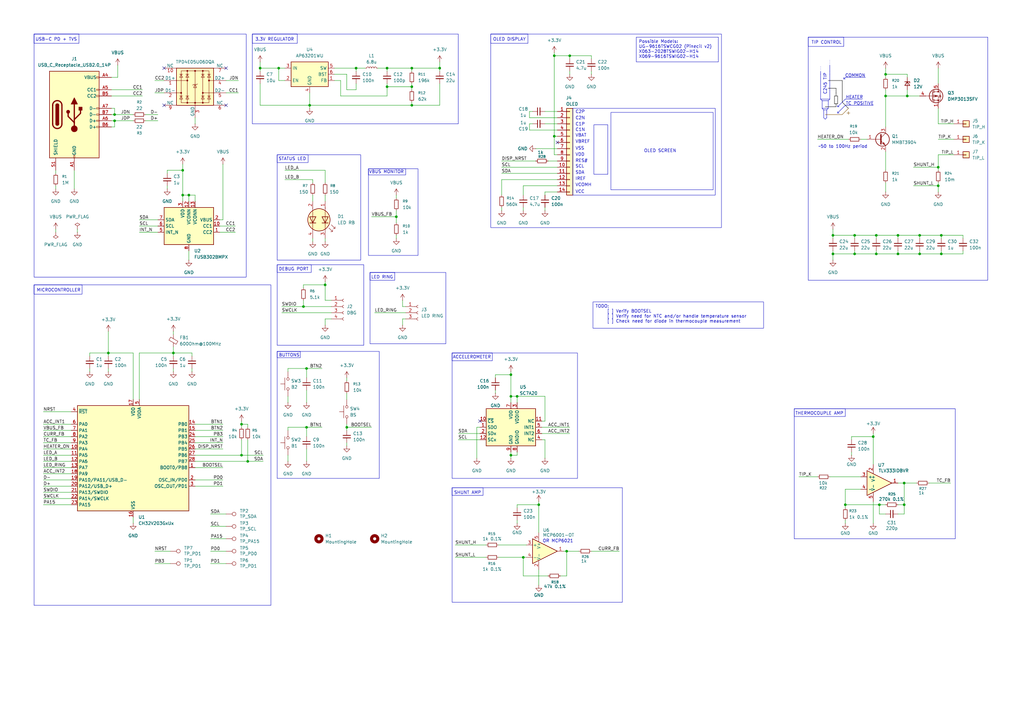
<source format=kicad_sch>
(kicad_sch
	(version 20250114)
	(generator "eeschema")
	(generator_version "9.0")
	(uuid "7095b018-eac3-4b01-b374-28e3216c4fd8")
	(paper "A3")
	
	(rectangle
		(start 185.42 200.025)
		(end 198.12 203.2)
		(stroke
			(width 0)
			(type default)
		)
		(fill
			(type none)
		)
		(uuid 1c73c902-a47e-4afe-a3a2-fdff9ad372a7)
	)
	(rectangle
		(start 185.42 144.78)
		(end 236.855 196.215)
		(stroke
			(width 0)
			(type default)
		)
		(fill
			(type none)
		)
		(uuid 25f66d05-38b5-4a17-99c1-8cad2c92cd3e)
	)
	(rectangle
		(start 113.665 63.5)
		(end 147.955 106.68)
		(stroke
			(width 0)
			(type default)
		)
		(fill
			(type none)
		)
		(uuid 322512cd-be35-4610-a4dc-a49cc7393b31)
	)
	(rectangle
		(start 13.97 13.97)
		(end 100.965 113.665)
		(stroke
			(width 0)
			(type default)
		)
		(fill
			(type none)
		)
		(uuid 34cfca7f-b72a-4261-a704-f33e6bc4b279)
	)
	(rectangle
		(start 185.42 144.78)
		(end 201.93 147.955)
		(stroke
			(width 0)
			(type default)
		)
		(fill
			(type none)
		)
		(uuid 37b1d202-d0af-4356-9cea-c5377ffdf5c6)
	)
	(rectangle
		(start 151.13 69.215)
		(end 166.37 71.755)
		(stroke
			(width 0)
			(type default)
		)
		(fill
			(type none)
		)
		(uuid 3ff5b4ba-34b9-4474-bd0b-2b540e2050a9)
	)
	(rectangle
		(start 325.755 167.64)
		(end 346.71 170.815)
		(stroke
			(width 0)
			(type default)
		)
		(fill
			(type none)
		)
		(uuid 411456a7-808a-4a99-b2e7-4b00b0660778)
	)
	(rectangle
		(start 113.665 144.145)
		(end 123.19 146.685)
		(stroke
			(width 0)
			(type default)
		)
		(fill
			(type none)
		)
		(uuid 51756553-69aa-4f9f-a31a-a60fa2c78053)
	)
	(rectangle
		(start 113.665 108.585)
		(end 149.225 141.605)
		(stroke
			(width 0)
			(type default)
		)
		(fill
			(type none)
		)
		(uuid 5ccf0a54-c09c-402b-8c12-180398bcf0c0)
	)
	(rectangle
		(start 331.47 15.24)
		(end 405.13 114.935)
		(stroke
			(width 0)
			(type default)
		)
		(fill
			(type none)
		)
		(uuid 608eefcd-9544-4ff5-9fa6-1a03cdb2edc0)
	)
	(rectangle
		(start 331.47 15.24)
		(end 346.075 19.05)
		(stroke
			(width 0)
			(type default)
		)
		(fill
			(type none)
		)
		(uuid 75245947-4db9-4c11-bcdd-4d111a323943)
	)
	(rectangle
		(start 151.765 111.76)
		(end 182.88 140.97)
		(stroke
			(width 0)
			(type default)
		)
		(fill
			(type none)
		)
		(uuid 7ca7d888-0de2-4ee4-9e02-bce99f6c7310)
	)
	(rectangle
		(start 13.97 116.84)
		(end 33.655 120.65)
		(stroke
			(width 0)
			(type default)
		)
		(fill
			(type none)
		)
		(uuid 7d5ee34c-3c30-4116-b034-575f8f5cbca0)
	)
	(rectangle
		(start 113.665 144.145)
		(end 155.575 196.215)
		(stroke
			(width 0)
			(type default)
		)
		(fill
			(type none)
		)
		(uuid 9c119ec4-7162-4594-9de4-9af2e8ac3469)
	)
	(rectangle
		(start 103.505 13.97)
		(end 121.92 17.78)
		(stroke
			(width 0)
			(type default)
		)
		(fill
			(type none)
		)
		(uuid 9d5c2b83-1ad1-4eb5-9c00-115d7cfbb819)
	)
	(rectangle
		(start 113.665 63.5)
		(end 126.365 66.675)
		(stroke
			(width 0)
			(type default)
		)
		(fill
			(type none)
		)
		(uuid 9db6c295-f05a-42de-905b-8e483d00bc1c)
	)
	(rectangle
		(start 325.755 167.64)
		(end 391.795 220.98)
		(stroke
			(width 0)
			(type default)
		)
		(fill
			(type none)
		)
		(uuid a57dfd79-f7b7-44cf-be58-21e0757161fa)
	)
	(rectangle
		(start 13.97 116.84)
		(end 111.125 248.285)
		(stroke
			(width 0)
			(type default)
		)
		(fill
			(type none)
		)
		(uuid a66c837f-d550-4ad5-b67a-1a34b6eaed03)
	)
	(rectangle
		(start 250.571 46.101)
		(end 292.481 77.851)
		(stroke
			(width 0)
			(type default)
		)
		(fill
			(type none)
		)
		(uuid b323df54-646c-4c42-ac5d-c702f5da28df)
	)
	(rectangle
		(start 13.97 13.97)
		(end 32.385 17.78)
		(stroke
			(width 0)
			(type default)
		)
		(fill
			(type none)
		)
		(uuid b41c86f7-a703-4da7-9c7c-3d6f2dbdab0b)
	)
	(rectangle
		(start 151.765 111.76)
		(end 161.925 114.935)
		(stroke
			(width 0)
			(type default)
		)
		(fill
			(type none)
		)
		(uuid bb60d903-b4fc-4579-917b-d8b1327cda5c)
	)
	(rectangle
		(start 234.95 44.45)
		(end 293.37 80.01)
		(stroke
			(width 0)
			(type default)
		)
		(fill
			(type none)
		)
		(uuid c7ed09f4-c5b0-447c-8527-2fd1a9942fc7)
	)
	(rectangle
		(start 201.295 13.97)
		(end 295.91 93.345)
		(stroke
			(width 0)
			(type default)
		)
		(fill
			(type none)
		)
		(uuid c86b0301-7b25-4d55-b6bd-bf1af0f3ea13)
	)
	(rectangle
		(start 243.586 51.181)
		(end 249.301 71.501)
		(stroke
			(width 0)
			(type default)
		)
		(fill
			(type none)
		)
		(uuid cc173c2c-4802-4b85-8dc1-c0ed1e2586ae)
	)
	(rectangle
		(start 151.13 69.215)
		(end 171.45 104.775)
		(stroke
			(width 0)
			(type default)
		)
		(fill
			(type none)
		)
		(uuid d2b50b41-845d-4a0b-ad88-942dbe8a9ea1)
	)
	(rectangle
		(start 113.665 108.585)
		(end 127.635 111.76)
		(stroke
			(width 0)
			(type default)
		)
		(fill
			(type none)
		)
		(uuid d42d397b-7d5e-44b0-98a1-cec60f91a733)
	)
	(rectangle
		(start 103.505 13.97)
		(end 187.96 50.8)
		(stroke
			(width 0)
			(type default)
		)
		(fill
			(type none)
		)
		(uuid d5e44070-3c31-4662-9265-15546dcb33a9)
	)
	(rectangle
		(start 201.295 13.97)
		(end 216.535 17.78)
		(stroke
			(width 0)
			(type default)
		)
		(fill
			(type none)
		)
		(uuid df873f2f-b2dc-4231-b391-da9722f3ee43)
	)
	(rectangle
		(start 185.42 200.025)
		(end 255.27 247.015)
		(stroke
			(width 0)
			(type default)
		)
		(fill
			(type none)
		)
		(uuid f4d05ad1-2d39-4c92-a424-b21a1915e749)
	)
	(text "COMMON"
		(exclude_from_sim no)
		(at 346.583 31.115 0)
		(effects
			(font
				(size 1.27 1.27)
			)
			(justify left)
		)
		(uuid "0da803d8-6a61-4b47-b3c4-8c42b4ebcdd7")
	)
	(text "~50 to 100Hz period"
		(exclude_from_sim no)
		(at 345.694 60.198 0)
		(effects
			(font
				(size 1.27 1.27)
			)
		)
		(uuid "0da88a4e-8094-41f6-a13c-7ae12789683b")
	)
	(text "3.3V REGULATOR"
		(exclude_from_sim no)
		(at 104.648 16.256 0)
		(effects
			(font
				(size 1.27 1.27)
			)
			(justify left)
		)
		(uuid "270c64e9-acc9-4bdf-adf9-51e85a7cfae3")
	)
	(text "C2N"
		(exclude_from_sim no)
		(at 235.966 48.514 0)
		(effects
			(font
				(size 1.27 1.27)
			)
			(justify left)
		)
		(uuid "303735e4-f194-4e97-9ddd-7741146e5965")
	)
	(text "OR MCP6021"
		(exclude_from_sim no)
		(at 228.854 221.996 0)
		(effects
			(font
				(size 1.27 1.27)
			)
		)
		(uuid "3b0bba77-4da6-417e-ba61-6edac674827f")
	)
	(text "USB-C PD + TVS"
		(exclude_from_sim no)
		(at 14.478 16.256 0)
		(effects
			(font
				(size 1.27 1.27)
			)
			(justify left)
		)
		(uuid "3b53ae36-2320-46df-8526-8d2b0e4cd267")
	)
	(text "BUTTONS"
		(exclude_from_sim no)
		(at 114.3 145.796 0)
		(effects
			(font
				(size 1.27 1.27)
			)
			(justify left)
		)
		(uuid "4ff0d853-92f6-4f02-aa33-1f252be5ef75")
	)
	(text "DEBUG PORT"
		(exclude_from_sim no)
		(at 114.3 110.49 0)
		(effects
			(font
				(size 1.27 1.27)
			)
			(justify left)
		)
		(uuid "5c2c7cad-81d2-418f-aeca-ca54c6312f8c")
	)
	(text "SCL"
		(exclude_from_sim no)
		(at 235.966 68.326 0)
		(effects
			(font
				(size 1.27 1.27)
			)
			(justify left)
		)
		(uuid "63c62cf3-4266-478a-9f68-199034fe5d8b")
	)
	(text "RES#"
		(exclude_from_sim no)
		(at 235.966 66.04 0)
		(effects
			(font
				(size 1.27 1.27)
			)
			(justify left)
		)
		(uuid "6ce3c0b9-bb73-4f4d-8996-df06398c02e3")
	)
	(text "C1P"
		(exclude_from_sim no)
		(at 235.966 51.054 0)
		(effects
			(font
				(size 1.27 1.27)
			)
			(justify left)
		)
		(uuid "6d196f00-fda4-408a-b16f-63e268646b7a")
	)
	(text "ACCELEROMETER"
		(exclude_from_sim no)
		(at 193.548 146.558 0)
		(effects
			(font
				(size 1.27 1.27)
			)
		)
		(uuid "6d3cce01-49eb-4036-848c-880563d726ff")
	)
	(text "HEATER"
		(exclude_from_sim no)
		(at 346.837 40.005 0)
		(effects
			(font
				(size 1.27 1.27)
			)
			(justify left)
		)
		(uuid "6f935533-365b-4490-a199-60d1f885e9c5")
	)
	(text "IREF"
		(exclude_from_sim no)
		(at 235.966 73.406 0)
		(effects
			(font
				(size 1.27 1.27)
			)
			(justify left)
		)
		(uuid "78269562-db7d-4f9c-9409-11de08793bfa")
	)
	(text "C1N"
		(exclude_from_sim no)
		(at 235.966 53.34 0)
		(effects
			(font
				(size 1.27 1.27)
			)
			(justify left)
		)
		(uuid "86eaf89d-7735-48bc-8adf-2c6d7e1c9267")
	)
	(text "C2P"
		(exclude_from_sim no)
		(at 235.966 45.974 0)
		(effects
			(font
				(size 1.27 1.27)
			)
			(justify left)
		)
		(uuid "88767c22-62f5-491f-8191-e622ce50d549")
	)
	(text "VDD"
		(exclude_from_sim no)
		(at 235.966 63.5 0)
		(effects
			(font
				(size 1.27 1.27)
			)
			(justify left)
		)
		(uuid "98ea20d6-f789-4c9a-9d2d-ddf9c4e55ce3")
	)
	(text "TC POSITIVE"
		(exclude_from_sim no)
		(at 346.837 42.545 0)
		(effects
			(font
				(size 1.27 1.27)
			)
			(justify left)
		)
		(uuid "9da3b577-a0bb-4c33-9c3c-e8388ac87829")
	)
	(text "OLED SCREEN"
		(exclude_from_sim no)
		(at 270.764 61.976 0)
		(effects
			(font
				(size 1.27 1.27)
			)
		)
		(uuid "a7d4d929-dbaa-411d-a847-37e4617db2b8")
	)
	(text "VCC"
		(exclude_from_sim no)
		(at 235.966 78.74 0)
		(effects
			(font
				(size 1.27 1.27)
			)
			(justify left)
		)
		(uuid "c0b5be38-ee7a-4c62-b666-9455a24b9bdf")
	)
	(text "TIP CONTROL"
		(exclude_from_sim no)
		(at 332.74 17.526 0)
		(effects
			(font
				(size 1.27 1.27)
			)
			(justify left)
		)
		(uuid "cbc624c8-2e49-4540-b1a0-5d8227d4665c")
	)
	(text "SDA"
		(exclude_from_sim no)
		(at 235.966 70.866 0)
		(effects
			(font
				(size 1.27 1.27)
			)
			(justify left)
		)
		(uuid "d1f23843-c159-4734-816f-e3ebdc7225d4")
	)
	(text "VBREF"
		(exclude_from_sim no)
		(at 235.966 58.166 0)
		(effects
			(font
				(size 1.27 1.27)
			)
			(justify left)
		)
		(uuid "dc92fbc2-eb7d-47ac-891e-6de1528c9506")
	)
	(text "SHUNT AMP"
		(exclude_from_sim no)
		(at 191.77 202.184 0)
		(effects
			(font
				(size 1.27 1.27)
			)
		)
		(uuid "df820a8a-db2f-421f-9d16-371dee1814e3")
	)
	(text "STATUS LED"
		(exclude_from_sim no)
		(at 119.888 65.278 0)
		(effects
			(font
				(size 1.27 1.27)
			)
		)
		(uuid "e08b0557-7c4e-4c2c-9d25-7e5a011c2beb")
	)
	(text "OLED DISPLAY"
		(exclude_from_sim no)
		(at 202.184 16.256 0)
		(effects
			(font
				(size 1.27 1.27)
			)
			(justify left)
		)
		(uuid "e1182865-9cf6-484e-b369-4d8124243a24")
	)
	(text "VBAT"
		(exclude_from_sim no)
		(at 235.966 55.626 0)
		(effects
			(font
				(size 1.27 1.27)
			)
			(justify left)
		)
		(uuid "e5136794-6a5a-4728-b4d0-e47266a8ec2c")
	)
	(text "VSS"
		(exclude_from_sim no)
		(at 235.966 60.96 0)
		(effects
			(font
				(size 1.27 1.27)
			)
			(justify left)
		)
		(uuid "e5277a5c-1568-43ec-ab65-5c403a9ddad3")
	)
	(text "VCOMH"
		(exclude_from_sim no)
		(at 235.966 75.946 0)
		(effects
			(font
				(size 1.27 1.27)
			)
			(justify left)
		)
		(uuid "e677c7ab-e79d-4a1c-8a88-4a56ca5d6b79")
	)
	(text "THERMOCOUPLE AMP"
		(exclude_from_sim no)
		(at 336.042 169.672 0)
		(effects
			(font
				(size 1.27 1.27)
			)
		)
		(uuid "e865e2d4-df9a-47d7-8bc3-1d543675c813")
	)
	(text "C245 TIP"
		(exclude_from_sim no)
		(at 338.455 34.417 90)
		(effects
			(font
				(size 1.27 1.27)
			)
		)
		(uuid "ec1ed9c1-072b-4c68-8764-5736b7bc8d68")
	)
	(text "LED RING"
		(exclude_from_sim no)
		(at 156.718 113.792 0)
		(effects
			(font
				(size 1.27 1.27)
			)
		)
		(uuid "eebaafe7-13f6-4495-a884-67f3bb5c6ce1")
	)
	(text "MICROCONTROLLER"
		(exclude_from_sim no)
		(at 14.986 119.126 0)
		(effects
			(font
				(size 1.27 1.27)
			)
			(justify left)
		)
		(uuid "f4202bbd-17db-406a-9b6f-417fe43fdaab")
	)
	(text "VBUS MONITOR"
		(exclude_from_sim no)
		(at 158.496 70.612 0)
		(effects
			(font
				(size 1.27 1.27)
			)
		)
		(uuid "f741b2f1-f711-4456-aa2d-f19417092858")
	)
	(text_box "TODO:\n	[ ] Verify BOOTSEL\n	[ ] Verify need for NTC and/or handle temperature sensor\n	[ ] Check need for diode in thermocouple measurement\n"
		(exclude_from_sim no)
		(at 243.205 123.825 0)
		(size 69.9698 10.7949)
		(margins 0.9525 0.9525 0.9525 0.9525)
		(stroke
			(width 0)
			(type solid)
		)
		(fill
			(type none)
		)
		(effects
			(font
				(size 1.27 1.27)
			)
			(justify left top)
		)
		(uuid "1e18a4a2-674d-4a0b-8ddc-8ad59a0aa3d5")
	)
	(text_box "Possible Models:\nUG-9616TSWCG02 (Pinecil v2)\nX063-2028TSWIG02-H14\nX069-9616TSWIG02-H14"
		(exclude_from_sim no)
		(at 260.985 15.24 0)
		(size 33.655 10.16)
		(margins 0.9525 0.9525 0.9525 0.9525)
		(stroke
			(width 0)
			(type solid)
		)
		(fill
			(type none)
		)
		(effects
			(font
				(size 1.27 1.27)
			)
			(justify left top)
		)
		(uuid "aff1d92e-7948-41af-95d4-eec0b0d11729")
	)
	(junction
		(at 341.63 96.52)
		(diameter 0)
		(color 0 0 0 0)
		(uuid "0249d269-810c-4792-bcad-62c507e2feae")
	)
	(junction
		(at 146.05 27.94)
		(diameter 0)
		(color 0 0 0 0)
		(uuid "0acd8611-5527-40f7-90a3-5c60d1adc1d0")
	)
	(junction
		(at 220.98 207.01)
		(diameter 0)
		(color 0 0 0 0)
		(uuid "0b83f2c9-b8b1-424d-9ef9-aa8bc46ee63d")
	)
	(junction
		(at 384.81 76.2)
		(diameter 0)
		(color 0 0 0 0)
		(uuid "2291a0a5-37d0-487d-857a-7dd7fc52b1a3")
	)
	(junction
		(at 99.06 173.99)
		(diameter 0)
		(color 0 0 0 0)
		(uuid "22bc19a2-e590-4ae5-87e1-2c346112c753")
	)
	(junction
		(at 372.11 39.37)
		(diameter 0)
		(color 0 0 0 0)
		(uuid "33f31390-ba39-49b6-9e3c-1bb22f4077cb")
	)
	(junction
		(at 101.6 189.23)
		(diameter 0)
		(color 0 0 0 0)
		(uuid "39afbb62-f4d9-47c5-b1ec-6bf8308a9b0e")
	)
	(junction
		(at 377.19 96.52)
		(diameter 0)
		(color 0 0 0 0)
		(uuid "3e104a1b-7253-4537-8264-1c669770fc55")
	)
	(junction
		(at 358.14 179.07)
		(diameter 0)
		(color 0 0 0 0)
		(uuid "3f9bcc33-18ad-48ec-8047-f514eddb9bd3")
	)
	(junction
		(at 341.63 104.14)
		(diameter 0)
		(color 0 0 0 0)
		(uuid "43942d84-b87b-4f4a-adb8-d0b0fad21d24")
	)
	(junction
		(at 346.71 207.01)
		(diameter 0)
		(color 0 0 0 0)
		(uuid "4793f579-9960-4fea-a983-16516b9a6a74")
	)
	(junction
		(at 158.75 27.94)
		(diameter 0)
		(color 0 0 0 0)
		(uuid "4e457d4d-37fd-4b51-a420-85ebb8dc04c5")
	)
	(junction
		(at 368.3 104.14)
		(diameter 0)
		(color 0 0 0 0)
		(uuid "4fb70dd2-3e99-400e-97c5-a12f82607ede")
	)
	(junction
		(at 162.56 88.9)
		(diameter 0)
		(color 0 0 0 0)
		(uuid "5171e2df-ff89-449d-9837-899c8a33b75c")
	)
	(junction
		(at 386.08 104.14)
		(diameter 0)
		(color 0 0 0 0)
		(uuid "55503a9c-b6b6-4187-8267-b69ed226b524")
	)
	(junction
		(at 363.22 39.37)
		(diameter 0)
		(color 0 0 0 0)
		(uuid "55c48a4e-b496-4df9-98f9-8a2a30715d30")
	)
	(junction
		(at 168.91 35.56)
		(diameter 0)
		(color 0 0 0 0)
		(uuid "57d2e74f-9c65-42d1-a47a-8230db07f92e")
	)
	(junction
		(at 209.55 162.56)
		(diameter 0)
		(color 0 0 0 0)
		(uuid "589eff9d-eed1-4df5-98d6-26b7c768b426")
	)
	(junction
		(at 214.63 228.6)
		(diameter 0)
		(color 0 0 0 0)
		(uuid "5c6565bc-3073-4b42-a446-7197b95e4ab3")
	)
	(junction
		(at 46.99 49.53)
		(diameter 0)
		(color 0 0 0 0)
		(uuid "5e8d1cf7-167e-4030-9f28-7c115ea5395b")
	)
	(junction
		(at 227.33 55.88)
		(diameter 0)
		(color 0 0 0 0)
		(uuid "5fbb3de9-86ee-49ad-a284-eb55f1cc692a")
	)
	(junction
		(at 168.91 43.18)
		(diameter 0)
		(color 0 0 0 0)
		(uuid "660d2309-d1aa-4d86-b95c-854e50c0a293")
	)
	(junction
		(at 168.91 27.94)
		(diameter 0)
		(color 0 0 0 0)
		(uuid "691dc945-779c-4911-8f56-5300f4d58275")
	)
	(junction
		(at 384.81 68.58)
		(diameter 0)
		(color 0 0 0 0)
		(uuid "6fbc3f89-b162-4bd3-8f98-3e6c706f1c03")
	)
	(junction
		(at 233.68 22.86)
		(diameter 0)
		(color 0 0 0 0)
		(uuid "73b54f8a-8892-4f5c-ad2f-0a2e6cc384c3")
	)
	(junction
		(at 360.68 207.01)
		(diameter 0)
		(color 0 0 0 0)
		(uuid "77d052f3-f174-4ac4-b7f3-74fd8cd4f0e2")
	)
	(junction
		(at 359.41 96.52)
		(diameter 0)
		(color 0 0 0 0)
		(uuid "79c391a9-2d95-4c3e-a922-b7e1f89f8cb2")
	)
	(junction
		(at 209.55 153.67)
		(diameter 0)
		(color 0 0 0 0)
		(uuid "84b1d133-5555-4f34-9259-4c4a00397909")
	)
	(junction
		(at 158.75 35.56)
		(diameter 0)
		(color 0 0 0 0)
		(uuid "85eb43cd-2fb7-4c1a-b0ce-7e338a2da686")
	)
	(junction
		(at 370.84 207.01)
		(diameter 0)
		(color 0 0 0 0)
		(uuid "879d8513-8c12-4c71-805b-cfd0566ce6a8")
	)
	(junction
		(at 350.52 104.14)
		(diameter 0)
		(color 0 0 0 0)
		(uuid "87dc4b49-25de-4f6d-adf7-8941fa901f8f")
	)
	(junction
		(at 99.06 186.69)
		(diameter 0)
		(color 0 0 0 0)
		(uuid "8f91cdd6-9b8f-41e7-aba5-783e4c94f1c2")
	)
	(junction
		(at 227.33 22.86)
		(diameter 0)
		(color 0 0 0 0)
		(uuid "9531702c-c6a6-4297-8a10-64a5c6fc90b3")
	)
	(junction
		(at 350.52 96.52)
		(diameter 0)
		(color 0 0 0 0)
		(uuid "963b4dc5-29f7-4f14-9341-7b3162f2c358")
	)
	(junction
		(at 368.3 96.52)
		(diameter 0)
		(color 0 0 0 0)
		(uuid "98b3589f-4017-4aba-83b6-53982e3e5cd4")
	)
	(junction
		(at 44.45 144.78)
		(diameter 0)
		(color 0 0 0 0)
		(uuid "9fa2ea7a-f50f-4f59-8f6e-1d8cc4b4f22f")
	)
	(junction
		(at 74.93 80.01)
		(diameter 0)
		(color 0 0 0 0)
		(uuid "a102cd63-af1a-49b4-9201-df06578d4c1f")
	)
	(junction
		(at 370.84 198.12)
		(diameter 0)
		(color 0 0 0 0)
		(uuid "aff6f7cf-f995-4965-9b70-2f6e1afd3257")
	)
	(junction
		(at 377.19 104.14)
		(diameter 0)
		(color 0 0 0 0)
		(uuid "ba3cb80e-2f56-46b8-a675-0ffd9ff134a3")
	)
	(junction
		(at 125.73 175.26)
		(diameter 0)
		(color 0 0 0 0)
		(uuid "bf198e04-4a01-4230-877f-f1ab43f756f2")
	)
	(junction
		(at 71.12 144.78)
		(diameter 0)
		(color 0 0 0 0)
		(uuid "cbafbc4a-ea32-4bc2-8303-c740f3149d9b")
	)
	(junction
		(at 127 43.18)
		(diameter 0)
		(color 0 0 0 0)
		(uuid "d049456d-20ee-4308-a384-c295c5fb64a1")
	)
	(junction
		(at 77.47 80.01)
		(diameter 0)
		(color 0 0 0 0)
		(uuid "d075905e-0ee9-4e4e-bc8b-46248e59d6b7")
	)
	(junction
		(at 232.41 226.06)
		(diameter 0)
		(color 0 0 0 0)
		(uuid "d120f155-c747-46db-85bd-012ff6f955e2")
	)
	(junction
		(at 209.55 186.69)
		(diameter 0)
		(color 0 0 0 0)
		(uuid "d3c0ec6c-e13a-496a-ad1c-ba60afc46b96")
	)
	(junction
		(at 46.99 46.99)
		(diameter 0)
		(color 0 0 0 0)
		(uuid "d3cb3929-1383-43bf-9aa0-8d6179547879")
	)
	(junction
		(at 125.73 151.13)
		(diameter 0)
		(color 0 0 0 0)
		(uuid "d8814552-a2c0-4a06-a6ac-aee6b3d4aa8f")
	)
	(junction
		(at 74.93 69.85)
		(diameter 0)
		(color 0 0 0 0)
		(uuid "dced1970-c9d1-4fca-aa68-57578fbeec87")
	)
	(junction
		(at 133.35 116.84)
		(diameter 0)
		(color 0 0 0 0)
		(uuid "dd645f38-5944-4257-9764-2d12bcf783d9")
	)
	(junction
		(at 124.46 125.73)
		(diameter 0)
		(color 0 0 0 0)
		(uuid "e0c9883b-d031-4a61-9fde-76739f501e2c")
	)
	(junction
		(at 114.3 27.94)
		(diameter 0)
		(color 0 0 0 0)
		(uuid "e80bc681-7695-43f3-a2bd-d411c7e86409")
	)
	(junction
		(at 212.09 162.56)
		(diameter 0)
		(color 0 0 0 0)
		(uuid "ea9ea449-1699-40d7-8a1c-89a1d2111f96")
	)
	(junction
		(at 359.41 104.14)
		(diameter 0)
		(color 0 0 0 0)
		(uuid "ebc86db2-2764-4df6-9433-ecced69310ed")
	)
	(junction
		(at 386.08 96.52)
		(diameter 0)
		(color 0 0 0 0)
		(uuid "ed52385f-ebdf-4c3e-aebe-022c47113848")
	)
	(junction
		(at 180.34 27.94)
		(diameter 0)
		(color 0 0 0 0)
		(uuid "efddc068-f25b-4568-b3c6-1c6aa0f4c97e")
	)
	(junction
		(at 106.68 27.94)
		(diameter 0)
		(color 0 0 0 0)
		(uuid "f1df4cab-d95d-4e21-b204-cc5686c3ccd2")
	)
	(junction
		(at 363.22 30.48)
		(diameter 0)
		(color 0 0 0 0)
		(uuid "f745564c-7281-4805-96bb-d0a077864026")
	)
	(junction
		(at 142.24 175.26)
		(diameter 0)
		(color 0 0 0 0)
		(uuid "fe9b1f2a-8aec-4aa7-8489-1f83d22307ee")
	)
	(no_connect
		(at 92.71 43.18)
		(uuid "46b4ccbc-24ab-4899-8505-9a1bc9336197")
	)
	(no_connect
		(at 67.31 27.94)
		(uuid "613b3790-5218-413f-a343-e26aa4ea4b95")
	)
	(no_connect
		(at 228.6 58.42)
		(uuid "8d801d13-32fe-4e34-8cc5-b8a86a497023")
	)
	(no_connect
		(at 196.85 172.72)
		(uuid "bb17c601-45a1-4eb6-aaaf-eada3efdd523")
	)
	(no_connect
		(at 67.31 43.18)
		(uuid "c9b41e3a-80a4-4410-be4c-91975e86700a")
	)
	(no_connect
		(at 92.71 27.94)
		(uuid "e9fc4535-1911-4390-b5e2-c282d53c9319")
	)
	(wire
		(pts
			(xy 99.06 186.69) (xy 107.95 186.69)
		)
		(stroke
			(width 0)
			(type default)
		)
		(uuid "00dc7f33-0b4e-4099-8479-24293b9aabac")
	)
	(wire
		(pts
			(xy 384.81 76.2) (xy 384.81 78.74)
		)
		(stroke
			(width 0)
			(type default)
		)
		(uuid "00efba34-a0a6-4a06-bee9-86347cae1ad9")
	)
	(wire
		(pts
			(xy 222.25 177.8) (xy 233.68 177.8)
		)
		(stroke
			(width 0)
			(type default)
		)
		(uuid "0156bf95-e162-433c-99c7-904c2f68448d")
	)
	(wire
		(pts
			(xy 391.16 63.5) (xy 384.81 63.5)
		)
		(stroke
			(width 0)
			(type default)
		)
		(uuid "01731df4-405d-4159-8024-ddbfe44e4824")
	)
	(wire
		(pts
			(xy 180.34 25.4) (xy 180.34 27.94)
		)
		(stroke
			(width 0)
			(type default)
		)
		(uuid "0280334b-627a-4233-a676-012a207d9298")
	)
	(wire
		(pts
			(xy 195.58 175.26) (xy 196.85 175.26)
		)
		(stroke
			(width 0)
			(type default)
		)
		(uuid "03f9526b-c252-4cea-a8ec-81306ff6df76")
	)
	(wire
		(pts
			(xy 63.5 38.1) (xy 67.31 38.1)
		)
		(stroke
			(width 0)
			(type default)
		)
		(uuid "057a48eb-9b1d-42a5-bf44-6985b9321748")
	)
	(wire
		(pts
			(xy 232.41 236.22) (xy 232.41 226.06)
		)
		(stroke
			(width 0)
			(type default)
		)
		(uuid "05e89aa4-84da-405d-a1af-2a2d87ad272b")
	)
	(polyline
		(pts
			(xy 346.075 32.385) (xy 346.71 32.385)
		)
		(stroke
			(width 0)
			(type default)
		)
		(uuid "061e75a6-db12-4875-bb49-acc7a02aa4eb")
	)
	(wire
		(pts
			(xy 227.33 55.88) (xy 228.6 55.88)
		)
		(stroke
			(width 0)
			(type default)
		)
		(uuid "06a39b25-e5c0-48bf-8f66-6ff9e46efda7")
	)
	(wire
		(pts
			(xy 363.22 27.94) (xy 363.22 30.48)
		)
		(stroke
			(width 0)
			(type default)
		)
		(uuid "07213a78-02ed-408a-8a81-3c765c5554db")
	)
	(polyline
		(pts
			(xy 345.44 33.02) (xy 345.44 41.91)
		)
		(stroke
			(width 0)
			(type solid)
			(color 0 0 0 1)
		)
		(uuid "076917fa-25ee-47d3-b2b0-165b02f01f24")
	)
	(wire
		(pts
			(xy 68.58 69.85) (xy 74.93 69.85)
		)
		(stroke
			(width 0)
			(type default)
		)
		(uuid "088c7699-190e-4234-9815-fffe11d5ef7a")
	)
	(wire
		(pts
			(xy 68.58 76.2) (xy 68.58 77.47)
		)
		(stroke
			(width 0)
			(type default)
		)
		(uuid "090443bb-96fb-4f06-ac72-191a7f6e15f4")
	)
	(wire
		(pts
			(xy 96.52 95.25) (xy 90.17 95.25)
		)
		(stroke
			(width 0)
			(type default)
		)
		(uuid "091df10a-a778-479d-8cbf-324751cb3cc5")
	)
	(wire
		(pts
			(xy 187.96 180.34) (xy 196.85 180.34)
		)
		(stroke
			(width 0)
			(type default)
		)
		(uuid "093a4bfc-aabd-4586-948a-1580d9afeffa")
	)
	(wire
		(pts
			(xy 45.72 36.83) (xy 58.42 36.83)
		)
		(stroke
			(width 0)
			(type default)
		)
		(uuid "098337dc-d67f-4f92-9e59-aa0530495823")
	)
	(wire
		(pts
			(xy 204.47 228.6) (xy 214.63 228.6)
		)
		(stroke
			(width 0)
			(type default)
		)
		(uuid "0cad2886-a2e2-49af-b1ff-94b34171dd68")
	)
	(wire
		(pts
			(xy 80.01 184.15) (xy 91.44 184.15)
		)
		(stroke
			(width 0)
			(type default)
		)
		(uuid "0d0fb7d8-cf76-4ea3-b43e-0043f449d33e")
	)
	(wire
		(pts
			(xy 106.68 34.29) (xy 106.68 43.18)
		)
		(stroke
			(width 0)
			(type default)
		)
		(uuid "0d1da041-1604-484f-8588-64418e6780df")
	)
	(polyline
		(pts
			(xy 351.155 43.18) (xy 358.14 43.18)
		)
		(stroke
			(width 0)
			(type default)
		)
		(uuid "0efdd063-1445-49ad-b269-05e1548bd623")
	)
	(wire
		(pts
			(xy 17.78 191.77) (xy 29.21 191.77)
		)
		(stroke
			(width 0)
			(type default)
		)
		(uuid "0f968ad1-38fa-43f3-a9ca-eaab57060db2")
	)
	(wire
		(pts
			(xy 214.63 85.09) (xy 214.63 86.36)
		)
		(stroke
			(width 0)
			(type default)
		)
		(uuid "0fdf5b0f-14a7-4ff5-aee8-91dcf3e80430")
	)
	(wire
		(pts
			(xy 168.91 35.56) (xy 158.75 35.56)
		)
		(stroke
			(width 0)
			(type default)
		)
		(uuid "1190a964-f3bd-43e5-a242-6444d80cf4b2")
	)
	(polyline
		(pts
			(xy 338.455 46.99) (xy 345.44 46.99)
		)
		(stroke
			(width 0)
			(type solid)
			(color 128 77 0 1)
		)
		(uuid "11cf35b8-cd1b-4b18-8246-50d401672c42")
	)
	(wire
		(pts
			(xy 346.71 207.01) (xy 346.71 200.66)
		)
		(stroke
			(width 0)
			(type default)
		)
		(uuid "12f02fb2-28a7-4766-ae13-424545151178")
	)
	(wire
		(pts
			(xy 209.55 162.56) (xy 209.55 165.1)
		)
		(stroke
			(width 0)
			(type default)
		)
		(uuid "135c080a-b87a-42f2-bd23-e8f54c5ee6c7")
	)
	(wire
		(pts
			(xy 165.1 133.35) (xy 165.1 130.81)
		)
		(stroke
			(width 0)
			(type default)
		)
		(uuid "13a8fbae-4055-4538-a775-7561035458e6")
	)
	(wire
		(pts
			(xy 346.71 207.01) (xy 360.68 207.01)
		)
		(stroke
			(width 0)
			(type default)
		)
		(uuid "13e7537a-edd6-43d5-8bb0-f6eb3d491016")
	)
	(wire
		(pts
			(xy 128.27 80.01) (xy 128.27 82.55)
		)
		(stroke
			(width 0)
			(type default)
		)
		(uuid "140fa8d5-d1ac-448c-bfcf-ff319345db09")
	)
	(wire
		(pts
			(xy 370.84 207.01) (xy 370.84 198.12)
		)
		(stroke
			(width 0)
			(type default)
		)
		(uuid "1427c6b1-5293-499b-9663-f54121cc8ca4")
	)
	(wire
		(pts
			(xy 48.26 31.75) (xy 48.26 26.67)
		)
		(stroke
			(width 0)
			(type default)
		)
		(uuid "14b83c6b-fa77-4ec1-b020-d89f490dd1db")
	)
	(wire
		(pts
			(xy 377.19 102.87) (xy 377.19 104.14)
		)
		(stroke
			(width 0)
			(type default)
		)
		(uuid "14f4beaa-5919-48a6-bf5e-868152fe82b7")
	)
	(wire
		(pts
			(xy 368.3 96.52) (xy 368.3 97.79)
		)
		(stroke
			(width 0)
			(type default)
		)
		(uuid "154f7824-5e3a-4df6-a265-e8ad4cf18628")
	)
	(wire
		(pts
			(xy 363.22 30.48) (xy 363.22 31.75)
		)
		(stroke
			(width 0)
			(type default)
		)
		(uuid "168f3109-c853-4869-ab24-7341dc21232b")
	)
	(wire
		(pts
			(xy 358.14 177.8) (xy 358.14 179.07)
		)
		(stroke
			(width 0)
			(type default)
		)
		(uuid "16a235b6-6479-41c3-934b-5990cd87fafe")
	)
	(wire
		(pts
			(xy 227.33 55.88) (xy 227.33 63.5)
		)
		(stroke
			(width 0)
			(type default)
		)
		(uuid "16a6ad92-1a6b-4d2b-93f1-5652f5947dbb")
	)
	(wire
		(pts
			(xy 168.91 29.21) (xy 168.91 27.94)
		)
		(stroke
			(width 0)
			(type default)
		)
		(uuid "16beecb1-a5ab-433f-9aa9-d5c8af0be23d")
	)
	(polyline
		(pts
			(xy 347.345 46.355) (xy 348.615 46.355)
		)
		(stroke
			(width 0)
			(type solid)
			(color 128 77 0 1)
		)
		(uuid "17532791-aaa0-48e6-a3d3-84b5cfe2ffdf")
	)
	(wire
		(pts
			(xy 384.81 27.94) (xy 384.81 34.29)
		)
		(stroke
			(width 0)
			(type default)
		)
		(uuid "1795c9ec-558c-4688-8727-fb618bb19c4d")
	)
	(wire
		(pts
			(xy 86.36 231.14) (xy 92.71 231.14)
		)
		(stroke
			(width 0)
			(type default)
		)
		(uuid "17c09d63-4f8c-4d97-9c64-a3bd4dd82600")
	)
	(wire
		(pts
			(xy 45.72 52.07) (xy 46.99 52.07)
		)
		(stroke
			(width 0)
			(type default)
		)
		(uuid "18438b3a-827e-4972-b4d2-e39627126fd2")
	)
	(wire
		(pts
			(xy 17.78 186.69) (xy 29.21 186.69)
		)
		(stroke
			(width 0)
			(type default)
		)
		(uuid "185cc638-609c-4acf-9a83-434d47f9bece")
	)
	(wire
		(pts
			(xy 118.11 162.56) (xy 118.11 165.1)
		)
		(stroke
			(width 0)
			(type default)
		)
		(uuid "1a08e192-3ede-459c-841e-9f0c19ec1e3e")
	)
	(wire
		(pts
			(xy 17.78 201.93) (xy 29.21 201.93)
		)
		(stroke
			(width 0)
			(type default)
		)
		(uuid "1a675778-1e38-4114-a392-a674b2dc8fa9")
	)
	(wire
		(pts
			(xy 71.12 135.89) (xy 71.12 137.16)
		)
		(stroke
			(width 0)
			(type default)
		)
		(uuid "1ae0b9e3-10e0-4c50-8291-792664f6f6ce")
	)
	(wire
		(pts
			(xy 101.6 175.26) (xy 101.6 173.99)
		)
		(stroke
			(width 0)
			(type default)
		)
		(uuid "1beeb275-c1cd-4b8f-a12a-830eb9c2286d")
	)
	(wire
		(pts
			(xy 80.01 199.39) (xy 91.44 199.39)
		)
		(stroke
			(width 0)
			(type default)
		)
		(uuid "1c31a3a0-71be-4869-aecb-fe7720f70370")
	)
	(polyline
		(pts
			(xy 342.9 38.1) (xy 342.9 39.37)
		)
		(stroke
			(width 0)
			(type solid)
			(color 0 0 0 1)
		)
		(uuid "1cb32bb3-76dc-4823-be3a-ee1c82fb9d6e")
	)
	(wire
		(pts
			(xy 168.91 43.18) (xy 127 43.18)
		)
		(stroke
			(width 0)
			(type default)
		)
		(uuid "1efe1ac7-40f4-4f17-9d42-17e1c9f0de6b")
	)
	(polyline
		(pts
			(xy 346.075 32.385) (xy 346.71 31.75)
		)
		(stroke
			(width 0)
			(type default)
		)
		(uuid "1fc62f63-6cba-4ff0-930d-1f292e0bfa84")
	)
	(wire
		(pts
			(xy 80.01 181.61) (xy 91.44 181.61)
		)
		(stroke
			(width 0)
			(type default)
		)
		(uuid "1fd72b09-6ab8-4dc4-8f0b-ca67c9a74253")
	)
	(wire
		(pts
			(xy 68.58 71.12) (xy 68.58 69.85)
		)
		(stroke
			(width 0)
			(type default)
		)
		(uuid "202b5c7b-0b11-4522-bc46-256551c46d63")
	)
	(wire
		(pts
			(xy 116.84 27.94) (xy 114.3 27.94)
		)
		(stroke
			(width 0)
			(type default)
		)
		(uuid "202f5003-0a48-4fcb-962b-eb5d0b2eea8c")
	)
	(wire
		(pts
			(xy 384.81 50.8) (xy 391.16 50.8)
		)
		(stroke
			(width 0)
			(type default)
		)
		(uuid "206812ad-99c8-4641-84e7-7df86ad62159")
	)
	(polyline
		(pts
			(xy 336.55 40.64) (xy 340.36 40.64)
		)
		(stroke
			(width 0)
			(type default)
		)
		(uuid "20c289f8-34a5-48ed-8d32-b4b9e5521011")
	)
	(wire
		(pts
			(xy 77.47 102.87) (xy 77.47 106.68)
		)
		(stroke
			(width 0)
			(type default)
		)
		(uuid "21a2f101-e4da-4991-a949-92df212cf85b")
	)
	(polyline
		(pts
			(xy 346.71 31.75) (xy 354.965 31.75)
		)
		(stroke
			(width 0)
			(type default)
		)
		(uuid "225ad2a0-3f91-4b41-b14c-33002ef325b8")
	)
	(wire
		(pts
			(xy 180.34 43.18) (xy 168.91 43.18)
		)
		(stroke
			(width 0)
			(type default)
		)
		(uuid "228d2b28-0e5e-4a0f-9a64-60ca034456d5")
	)
	(wire
		(pts
			(xy 22.86 69.85) (xy 22.86 71.12)
		)
		(stroke
			(width 0)
			(type default)
		)
		(uuid "22ceb097-bc74-4764-aecd-0b980944d711")
	)
	(wire
		(pts
			(xy 384.81 57.15) (xy 391.16 57.15)
		)
		(stroke
			(width 0)
			(type default)
		)
		(uuid "234d1ba8-847a-498b-b1ae-e4eb0f0e2c2e")
	)
	(polyline
		(pts
			(xy 345.44 46.99) (xy 347.98 44.45)
		)
		(stroke
			(width 0)
			(type solid)
			(color 128 77 0 1)
		)
		(uuid "23b27315-c748-4e5f-bfe8-f12b825cfb87")
	)
	(wire
		(pts
			(xy 377.19 96.52) (xy 386.08 96.52)
		)
		(stroke
			(width 0)
			(type default)
		)
		(uuid "241d78ea-2de2-4188-aaa5-4924dd6609f2")
	)
	(wire
		(pts
			(xy 168.91 34.29) (xy 168.91 35.56)
		)
		(stroke
			(width 0)
			(type default)
		)
		(uuid "24d5a81f-7436-4451-bff0-11fbe42d2c28")
	)
	(wire
		(pts
			(xy 341.63 102.87) (xy 341.63 104.14)
		)
		(stroke
			(width 0)
			(type default)
		)
		(uuid "262148e9-abf9-4df4-8abe-6bc1166237b2")
	)
	(wire
		(pts
			(xy 125.73 175.26) (xy 132.08 175.26)
		)
		(stroke
			(width 0)
			(type default)
		)
		(uuid "27851202-de10-4bda-a7a1-86d90d3431e9")
	)
	(wire
		(pts
			(xy 118.11 186.69) (xy 118.11 189.23)
		)
		(stroke
			(width 0)
			(type default)
		)
		(uuid "281d0dee-0d42-447c-96a0-518527b352a7")
	)
	(wire
		(pts
			(xy 363.22 210.82) (xy 360.68 210.82)
		)
		(stroke
			(width 0)
			(type default)
		)
		(uuid "28f9a714-ce47-4a87-9eba-39a2e1e51e21")
	)
	(wire
		(pts
			(xy 158.75 39.37) (xy 139.7 39.37)
		)
		(stroke
			(width 0)
			(type default)
		)
		(uuid "296133f5-2a32-47e9-994c-67f3c4c032fa")
	)
	(wire
		(pts
			(xy 46.99 44.45) (xy 46.99 46.99)
		)
		(stroke
			(width 0)
			(type default)
		)
		(uuid "2b6c7f04-a093-4524-90eb-496f9f787527")
	)
	(wire
		(pts
			(xy 205.74 73.66) (xy 205.74 80.01)
		)
		(stroke
			(width 0)
			(type default)
		)
		(uuid "2c6750b6-74c7-4d32-8f14-8af4353a5366")
	)
	(wire
		(pts
			(xy 127 43.18) (xy 127 44.45)
		)
		(stroke
			(width 0)
			(type default)
		)
		(uuid "2caf9a90-c3fc-4061-b393-2a0dec203c07")
	)
	(wire
		(pts
			(xy 368.3 96.52) (xy 377.19 96.52)
		)
		(stroke
			(width 0)
			(type default)
		)
		(uuid "2d9677a5-5e87-4fa5-92ae-254525c90d11")
	)
	(wire
		(pts
			(xy 374.65 68.58) (xy 384.81 68.58)
		)
		(stroke
			(width 0)
			(type default)
		)
		(uuid "2e207b01-b6b8-4e84-83f3-c99a6be18cf3")
	)
	(wire
		(pts
			(xy 118.11 176.53) (xy 118.11 175.26)
		)
		(stroke
			(width 0)
			(type default)
		)
		(uuid "2ee4ebfa-2b1b-4192-baa0-8298861d736b")
	)
	(wire
		(pts
			(xy 45.72 31.75) (xy 48.26 31.75)
		)
		(stroke
			(width 0)
			(type default)
		)
		(uuid "2f68ac55-2ae3-4fdc-bcfb-21f448f1abfc")
	)
	(wire
		(pts
			(xy 17.78 194.31) (xy 29.21 194.31)
		)
		(stroke
			(width 0)
			(type default)
		)
		(uuid "2fdf26ff-e34d-47ed-b024-4ecb4d28caf6")
	)
	(wire
		(pts
			(xy 209.55 152.4) (xy 209.55 153.67)
		)
		(stroke
			(width 0)
			(type default)
		)
		(uuid "2ff8f590-a0dd-4986-b523-e06c9b3827a0")
	)
	(polyline
		(pts
			(xy 336.55 27.305) (xy 336.55 29.21)
		)
		(stroke
			(width 0)
			(type dot)
		)
		(uuid "30942881-eef2-4f32-b0ca-a19e1cdb685d")
	)
	(wire
		(pts
			(xy 133.35 123.19) (xy 133.35 116.84)
		)
		(stroke
			(width 0)
			(type default)
		)
		(uuid "3096bc9d-6be7-44be-98b5-33a16aea1377")
	)
	(wire
		(pts
			(xy 146.05 36.83) (xy 142.24 36.83)
		)
		(stroke
			(width 0)
			(type default)
		)
		(uuid "326fcbeb-6568-414a-bae2-3482d5ca26c6")
	)
	(wire
		(pts
			(xy 99.06 180.34) (xy 99.06 186.69)
		)
		(stroke
			(width 0)
			(type default)
		)
		(uuid "3355cf20-4f86-473a-8cad-ce6847f6a0c1")
	)
	(wire
		(pts
			(xy 203.2 154.94) (xy 203.2 153.67)
		)
		(stroke
			(width 0)
			(type default)
		)
		(uuid "34170387-03a3-4d7d-9f6a-9db512b2f47f")
	)
	(wire
		(pts
			(xy 212.09 207.01) (xy 220.98 207.01)
		)
		(stroke
			(width 0)
			(type default)
		)
		(uuid "345fd9b9-1984-433d-a9e0-ef9f08691e20")
	)
	(wire
		(pts
			(xy 124.46 123.19) (xy 124.46 125.73)
		)
		(stroke
			(width 0)
			(type default)
		)
		(uuid "3489d8e5-ab2a-461f-baae-51519db62919")
	)
	(wire
		(pts
			(xy 142.24 161.29) (xy 142.24 163.83)
		)
		(stroke
			(width 0)
			(type default)
		)
		(uuid "354a48c2-fb32-4581-9fe6-6cca8deaea5e")
	)
	(wire
		(pts
			(xy 114.3 27.94) (xy 106.68 27.94)
		)
		(stroke
			(width 0)
			(type default)
		)
		(uuid "35fc1e6c-2319-48d6-b1ef-3f4c892dc210")
	)
	(wire
		(pts
			(xy 353.06 57.15) (xy 355.6 57.15)
		)
		(stroke
			(width 0)
			(type default)
		)
		(uuid "3810f2bb-82da-4973-8a29-cbb4318d6b51")
	)
	(wire
		(pts
			(xy 106.68 27.94) (xy 106.68 29.21)
		)
		(stroke
			(width 0)
			(type default)
		)
		(uuid "3855a61f-666e-4706-aff6-2793b5d48fb3")
	)
	(wire
		(pts
			(xy 80.01 48.26) (xy 80.01 50.8)
		)
		(stroke
			(width 0)
			(type default)
		)
		(uuid "3884bd08-970a-4525-a7ae-3d118eacfc46")
	)
	(polyline
		(pts
			(xy 338.455 48.895) (xy 337.82 48.26)
		)
		(stroke
			(width 0)
			(type default)
		)
		(uuid "39a12aa5-75fa-4b65-96a9-f0b6425df50e")
	)
	(wire
		(pts
			(xy 80.01 189.23) (xy 101.6 189.23)
		)
		(stroke
			(width 0)
			(type default)
		)
		(uuid "3b2755e3-1aad-493d-a2e7-3f4591a11d7c")
	)
	(wire
		(pts
			(xy 86.36 215.9) (xy 92.71 215.9)
		)
		(stroke
			(width 0)
			(type default)
		)
		(uuid "3bd21cd8-27e7-4425-90d9-0c1fa6bca675")
	)
	(wire
		(pts
			(xy 180.34 29.21) (xy 180.34 27.94)
		)
		(stroke
			(width 0)
			(type default)
		)
		(uuid "3be291d1-3abb-48c6-8d25-0c043a9fcb68")
	)
	(wire
		(pts
			(xy 228.6 53.34) (xy 217.17 53.34)
		)
		(stroke
			(width 0)
			(type default)
		)
		(uuid "3cc74a2e-0fe8-421a-b5ee-daa8e8b3a712")
	)
	(wire
		(pts
			(xy 101.6 180.34) (xy 101.6 189.23)
		)
		(stroke
			(width 0)
			(type default)
		)
		(uuid "3d66e467-5e98-4d44-9cd7-d42b374333f2")
	)
	(wire
		(pts
			(xy 222.25 175.26) (xy 233.68 175.26)
		)
		(stroke
			(width 0)
			(type default)
		)
		(uuid "3dfd848b-4804-469d-ba55-8f1198f28669")
	)
	(wire
		(pts
			(xy 80.01 82.55) (xy 80.01 80.01)
		)
		(stroke
			(width 0)
			(type default)
		)
		(uuid "3e4e7e11-8ad6-4786-a34f-fff983e1eca2")
	)
	(wire
		(pts
			(xy 124.46 118.11) (xy 124.46 116.84)
		)
		(stroke
			(width 0)
			(type default)
		)
		(uuid "3e76c288-adb1-4feb-9b70-bff9966bc496")
	)
	(wire
		(pts
			(xy 224.79 66.04) (xy 228.6 66.04)
		)
		(stroke
			(width 0)
			(type default)
		)
		(uuid "3e7e3e9e-2270-4d22-887c-ad05a3264519")
	)
	(wire
		(pts
			(xy 341.63 96.52) (xy 350.52 96.52)
		)
		(stroke
			(width 0)
			(type default)
		)
		(uuid "3ecf81df-9e81-47a2-bb7f-3e3b31d22ef4")
	)
	(polyline
		(pts
			(xy 339.725 41.275) (xy 340.36 40.64)
		)
		(stroke
			(width 0)
			(type default)
		)
		(uuid "3f1ed005-b0c4-40ad-9197-7ee26953d7dd")
	)
	(wire
		(pts
			(xy 59.69 49.53) (xy 64.77 49.53)
		)
		(stroke
			(width 0)
			(type default)
		)
		(uuid "3fb95421-59f4-497f-8b94-8962c1179ed1")
	)
	(wire
		(pts
			(xy 63.5 226.06) (xy 69.85 226.06)
		)
		(stroke
			(width 0)
			(type default)
		)
		(uuid "3fcfaa5f-7c10-451a-9356-b0f126700f56")
	)
	(polyline
		(pts
			(xy 337.82 45.085) (xy 339.09 45.085)
		)
		(stroke
			(width 0)
			(type default)
		)
		(uuid "408fde12-3570-41a6-a6b3-a9a07b0b2765")
	)
	(wire
		(pts
			(xy 36.83 144.78) (xy 44.45 144.78)
		)
		(stroke
			(width 0)
			(type default)
		)
		(uuid "40920f53-5818-408c-bc37-08872dc5c2db")
	)
	(wire
		(pts
			(xy 223.52 180.34) (xy 223.52 187.96)
		)
		(stroke
			(width 0)
			(type default)
		)
		(uuid "40b028e4-52bf-4d41-b4ef-331b7c9a978e")
	)
	(wire
		(pts
			(xy 77.47 82.55) (xy 77.47 80.01)
		)
		(stroke
			(width 0)
			(type default)
		)
		(uuid "423877f7-3964-4207-bf01-049fd7af0054")
	)
	(wire
		(pts
			(xy 17.78 196.85) (xy 29.21 196.85)
		)
		(stroke
			(width 0)
			(type default)
		)
		(uuid "42f132ab-3d88-4d94-a4be-5fc595d1db7a")
	)
	(wire
		(pts
			(xy 222.25 180.34) (xy 223.52 180.34)
		)
		(stroke
			(width 0)
			(type default)
		)
		(uuid "435771e7-7406-4d64-854d-386effbd573f")
	)
	(wire
		(pts
			(xy 45.72 39.37) (xy 58.42 39.37)
		)
		(stroke
			(width 0)
			(type default)
		)
		(uuid "44f9df40-5b32-48e7-b548-a32438cf0dfd")
	)
	(wire
		(pts
			(xy 106.68 43.18) (xy 127 43.18)
		)
		(stroke
			(width 0)
			(type default)
		)
		(uuid "4565d69f-09cb-47a5-b4c9-ecffd44c036a")
	)
	(wire
		(pts
			(xy 80.01 176.53) (xy 91.44 176.53)
		)
		(stroke
			(width 0)
			(type default)
		)
		(uuid "4596f730-10f5-40fb-b4a9-9bd59c991688")
	)
	(wire
		(pts
			(xy 115.57 125.73) (xy 124.46 125.73)
		)
		(stroke
			(width 0)
			(type default)
		)
		(uuid "45bd1a1a-91e4-470b-8d51-c9ea56fa7bc9")
	)
	(wire
		(pts
			(xy 116.84 69.85) (xy 133.35 69.85)
		)
		(stroke
			(width 0)
			(type default)
		)
		(uuid "467589a1-9d6d-4a0a-aa5f-d004dc89f68b")
	)
	(wire
		(pts
			(xy 233.68 29.21) (xy 233.68 30.48)
		)
		(stroke
			(width 0)
			(type default)
		)
		(uuid "46dd8646-50ac-4ac6-9c60-c9a27d511d5f")
	)
	(wire
		(pts
			(xy 46.99 46.99) (xy 54.61 46.99)
		)
		(stroke
			(width 0)
			(type default)
		)
		(uuid "477f52c3-2d50-4858-b854-31927f0e8c86")
	)
	(wire
		(pts
			(xy 128.27 97.79) (xy 128.27 99.06)
		)
		(stroke
			(width 0)
			(type default)
		)
		(uuid "4797132b-5845-4af5-accd-70346f8a850f")
	)
	(polyline
		(pts
			(xy 339.09 45.085) (xy 339.725 44.45)
		)
		(stroke
			(width 0)
			(type default)
		)
		(uuid "487c6231-1773-4b77-8a90-2b51324542fb")
	)
	(wire
		(pts
			(xy 223.52 78.74) (xy 223.52 80.01)
		)
		(stroke
			(width 0)
			(type default)
		)
		(uuid "4be25685-095f-4656-b86d-69637547dd3b")
	)
	(wire
		(pts
			(xy 142.24 154.94) (xy 142.24 156.21)
		)
		(stroke
			(width 0)
			(type default)
		)
		(uuid "4d8edea8-699a-4e89-8ff5-620c6f2f73c6")
	)
	(wire
		(pts
			(xy 341.63 96.52) (xy 341.63 97.79)
		)
		(stroke
			(width 0)
			(type default)
		)
		(uuid "4e99a8fd-f4d3-4c17-848b-2698530b5197")
	)
	(wire
		(pts
			(xy 139.7 33.02) (xy 137.16 33.02)
		)
		(stroke
			(width 0)
			(type default)
		)
		(uuid "4f4b934f-7d9e-412b-a153-41f1a475441a")
	)
	(wire
		(pts
			(xy 168.91 35.56) (xy 168.91 36.83)
		)
		(stroke
			(width 0)
			(type default)
		)
		(uuid "4f4c64e9-e529-4f2c-af20-cc0cf916c658")
	)
	(wire
		(pts
			(xy 180.34 34.29) (xy 180.34 43.18)
		)
		(stroke
			(width 0)
			(type default)
		)
		(uuid "507295aa-769d-4e4c-bb64-5cef23014ec1")
	)
	(wire
		(pts
			(xy 233.68 22.86) (xy 242.57 22.86)
		)
		(stroke
			(width 0)
			(type default)
		)
		(uuid "50f5870c-dfc9-4c5e-8373-f3177df46256")
	)
	(wire
		(pts
			(xy 360.68 210.82) (xy 360.68 207.01)
		)
		(stroke
			(width 0)
			(type default)
		)
		(uuid "52b05445-eba3-468e-a8e4-7f5fee37bfa3")
	)
	(wire
		(pts
			(xy 205.74 66.04) (xy 219.71 66.04)
		)
		(stroke
			(width 0)
			(type default)
		)
		(uuid "540bbf13-80aa-48fb-9f7d-839a09a5e5d1")
	)
	(wire
		(pts
			(xy 228.6 73.66) (xy 205.74 73.66)
		)
		(stroke
			(width 0)
			(type default)
		)
		(uuid "5441edd1-fe7e-4fc1-8c5a-7afde3fde38f")
	)
	(polyline
		(pts
			(xy 347.98 46.355) (xy 347.98 46.99)
		)
		(stroke
			(width 0)
			(type solid)
			(color 128 77 0 1)
		)
		(uuid "549f7d33-df1a-4157-b27b-cda644c8c858")
	)
	(wire
		(pts
			(xy 341.63 104.14) (xy 341.63 106.68)
		)
		(stroke
			(width 0)
			(type default)
		)
		(uuid "554e0618-b875-42f8-ad02-976aa2b894f8")
	)
	(wire
		(pts
			(xy 217.17 53.34) (xy 217.17 50.8)
		)
		(stroke
			(width 0)
			(type default)
		)
		(uuid "55888b6b-83fa-452a-ac63-f7c4165439be")
	)
	(wire
		(pts
			(xy 212.09 162.56) (xy 209.55 162.56)
		)
		(stroke
			(width 0)
			(type default)
		)
		(uuid "56c01bcc-786b-47f7-8417-e078665f707d")
	)
	(wire
		(pts
			(xy 372.11 39.37) (xy 377.19 39.37)
		)
		(stroke
			(width 0)
			(type default)
		)
		(uuid "57194e2e-55df-479e-a392-ecb6db2140b2")
	)
	(polyline
		(pts
			(xy 340.36 30.48) (xy 340.36 40.64)
		)
		(stroke
			(width 0)
			(type default)
		)
		(uuid "571ad815-3560-4869-9402-9e035e073bee")
	)
	(polyline
		(pts
			(xy 337.185 44.45) (xy 339.725 44.45)
		)
		(stroke
			(width 0)
			(type default)
		)
		(uuid "575c8698-c27c-4d0c-8e94-26ba33b37ef2")
	)
	(polyline
		(pts
			(xy 343.535 46.355) (xy 344.17 46.355)
		)
		(stroke
			(width 0)
			(type default)
		)
		(uuid "57756501-698a-4c0b-9d6b-350e98eae3bb")
	)
	(wire
		(pts
			(xy 45.72 49.53) (xy 46.99 49.53)
		)
		(stroke
			(width 0)
			(type default)
		)
		(uuid "58311d62-5209-4668-8c0a-0688eaefff65")
	)
	(wire
		(pts
			(xy 133.35 74.93) (xy 133.35 69.85)
		)
		(stroke
			(width 0)
			(type default)
		)
		(uuid "5959516d-9af5-44a7-a255-680a22169a97")
	)
	(wire
		(pts
			(xy 386.08 96.52) (xy 394.97 96.52)
		)
		(stroke
			(width 0)
			(type default)
		)
		(uuid "5a74eb0b-c91b-4e33-b7bb-b5a46a7c806c")
	)
	(wire
		(pts
			(xy 370.84 198.12) (xy 368.3 198.12)
		)
		(stroke
			(width 0)
			(type default)
		)
		(uuid "5bc55678-cc1b-41c6-993b-a76fa6e6464d")
	)
	(wire
		(pts
			(xy 17.78 184.15) (xy 29.21 184.15)
		)
		(stroke
			(width 0)
			(type default)
		)
		(uuid "5c1e8120-e4de-4d75-9341-62a75d8b27c3")
	)
	(wire
		(pts
			(xy 377.19 104.14) (xy 386.08 104.14)
		)
		(stroke
			(width 0)
			(type default)
		)
		(uuid "5c70efff-75bf-414e-849c-79e888f7986f")
	)
	(wire
		(pts
			(xy 57.15 144.78) (xy 71.12 144.78)
		)
		(stroke
			(width 0)
			(type default)
		)
		(uuid "5cee47ae-eff9-4bcd-8842-f55dc56d00ae")
	)
	(wire
		(pts
			(xy 186.69 228.6) (xy 199.39 228.6)
		)
		(stroke
			(width 0)
			(type default)
		)
		(uuid "5f8486ba-7d56-400f-8372-2815ace3beb1")
	)
	(wire
		(pts
			(xy 31.75 93.98) (xy 31.75 95.25)
		)
		(stroke
			(width 0)
			(type default)
		)
		(uuid "5fc7002c-30aa-4fce-b12e-77acff85c4d9")
	)
	(wire
		(pts
			(xy 96.52 92.71) (xy 90.17 92.71)
		)
		(stroke
			(width 0)
			(type default)
		)
		(uuid "5fc7ec45-e75e-479f-b9b5-d2ccd90b6511")
	)
	(wire
		(pts
			(xy 384.81 44.45) (xy 384.81 50.8)
		)
		(stroke
			(width 0)
			(type default)
		)
		(uuid "6086ee51-bac4-45cf-8a42-d3fa11bcca9c")
	)
	(wire
		(pts
			(xy 30.48 69.85) (xy 30.48 77.47)
		)
		(stroke
			(width 0)
			(type default)
		)
		(uuid "60ebfe2a-283b-49d8-a3ea-22439dc77e00")
	)
	(wire
		(pts
			(xy 139.7 39.37) (xy 139.7 33.02)
		)
		(stroke
			(width 0)
			(type default)
		)
		(uuid "61200c40-d0fe-4545-9bab-84dfe13b8dc8")
	)
	(wire
		(pts
			(xy 187.96 177.8) (xy 196.85 177.8)
		)
		(stroke
			(width 0)
			(type default)
		)
		(uuid "614acc5a-4cf6-4c10-a747-b1df3dda8ff6")
	)
	(wire
		(pts
			(xy 363.22 207.01) (xy 360.68 207.01)
		)
		(stroke
			(width 0)
			(type default)
		)
		(uuid "61f8d715-a3cd-4601-8d26-cb542f53ba57")
	)
	(wire
		(pts
			(xy 162.56 88.9) (xy 162.56 91.44)
		)
		(stroke
			(width 0)
			(type default)
		)
		(uuid "6397af5a-08a9-42d3-bb0b-fea69a22c4ea")
	)
	(polyline
		(pts
			(xy 342.265 39.37) (xy 342.265 42.545)
		)
		(stroke
			(width 0)
			(type solid)
			(color 0 0 0 1)
		)
		(uuid "63b461f6-5ab5-4796-9441-c155e909f964")
	)
	(wire
		(pts
			(xy 80.01 196.85) (xy 91.44 196.85)
		)
		(stroke
			(width 0)
			(type default)
		)
		(uuid "642d3b9f-9732-4877-9fa9-a9ab8e68b763")
	)
	(wire
		(pts
			(xy 212.09 208.28) (xy 212.09 207.01)
		)
		(stroke
			(width 0)
			(type default)
		)
		(uuid "6481e171-81bd-4301-a961-8be99cb058db")
	)
	(wire
		(pts
			(xy 363.22 39.37) (xy 363.22 52.07)
		)
		(stroke
			(width 0)
			(type default)
		)
		(uuid "65067f35-6358-4648-9733-1bc0b85de47a")
	)
	(wire
		(pts
			(xy 74.93 67.31) (xy 74.93 69.85)
		)
		(stroke
			(width 0)
			(type default)
		)
		(uuid "6566d4d8-578a-4a44-abb7-ed872c6232ee")
	)
	(polyline
		(pts
			(xy 340.36 24.765) (xy 340.36 26.67)
		)
		(stroke
			(width 0)
			(type dot)
		)
		(uuid "66639c5d-93c2-4d52-8aa3-12b7a8d9ea2c")
	)
	(wire
		(pts
			(xy 368.3 102.87) (xy 368.3 104.14)
		)
		(stroke
			(width 0)
			(type default)
		)
		(uuid "673bfe2d-0b58-4c85-8237-a21838f239d6")
	)
	(wire
		(pts
			(xy 71.12 144.78) (xy 78.74 144.78)
		)
		(stroke
			(width 0)
			(type default)
		)
		(uuid "67ac4f45-f94b-4d64-a8f8-b56a7d1f8f3a")
	)
	(wire
		(pts
			(xy 327.66 195.58) (xy 335.28 195.58)
		)
		(stroke
			(width 0)
			(type default)
		)
		(uuid "6877e51c-f850-4d92-8c67-038d3df6cb8e")
	)
	(wire
		(pts
			(xy 384.81 74.93) (xy 384.81 76.2)
		)
		(stroke
			(width 0)
			(type default)
		)
		(uuid "68853fa9-234b-4cbd-82de-ebb222cd11fd")
	)
	(wire
		(pts
			(xy 368.3 207.01) (xy 370.84 207.01)
		)
		(stroke
			(width 0)
			(type default)
		)
		(uuid "68a50ccc-1d89-40bb-8a14-99387f9c146f")
	)
	(wire
		(pts
			(xy 17.78 179.07) (xy 29.21 179.07)
		)
		(stroke
			(width 0)
			(type default)
		)
		(uuid "6a1ceffb-e856-4e66-b477-66d5a2166ca4")
	)
	(wire
		(pts
			(xy 133.35 97.79) (xy 133.35 99.06)
		)
		(stroke
			(width 0)
			(type default)
		)
		(uuid "6a3f9f11-fcd4-433d-a02d-1391f90196b1")
	)
	(wire
		(pts
			(xy 232.41 226.06) (xy 231.14 226.06)
		)
		(stroke
			(width 0)
			(type default)
		)
		(uuid "6aad0020-e788-4f02-b50c-140e89ff9339")
	)
	(wire
		(pts
			(xy 359.41 96.52) (xy 359.41 97.79)
		)
		(stroke
			(width 0)
			(type default)
		)
		(uuid "6ab2adcd-6434-4661-b905-c595da864480")
	)
	(wire
		(pts
			(xy 368.3 210.82) (xy 370.84 210.82)
		)
		(stroke
			(width 0)
			(type default)
		)
		(uuid "6ab9b9bb-4e97-4ed2-ba2d-d26db0add8fe")
	)
	(wire
		(pts
			(xy 146.05 27.94) (xy 146.05 29.21)
		)
		(stroke
			(width 0)
			(type default)
		)
		(uuid "6b2cc09f-85f9-44c3-90b1-d76f6aea9e17")
	)
	(wire
		(pts
			(xy 80.01 179.07) (xy 91.44 179.07)
		)
		(stroke
			(width 0)
			(type default)
		)
		(uuid "6b7860e6-c1b4-4006-9bda-be6baf859e32")
	)
	(polyline
		(pts
			(xy 342.9 36.195) (xy 342.9 38.1)
		)
		(stroke
			(width 0)
			(type solid)
			(color 0 0 0 1)
		)
		(uuid "6bdda582-7c9f-4441-ac2f-ee9b117c09c0")
	)
	(wire
		(pts
			(xy 158.75 34.29) (xy 158.75 35.56)
		)
		(stroke
			(width 0)
			(type default)
		)
		(uuid "6c09848a-e484-4122-b858-fd7144ecd0eb")
	)
	(polyline
		(pts
			(xy 343.535 43.815) (xy 346.71 40.64)
		)
		(stroke
			(width 0)
			(type default)
		)
		(uuid "6d80542c-2999-4f9b-aa5f-f055acd1c8a8")
	)
	(wire
		(pts
			(xy 135.89 123.19) (xy 133.35 123.19)
		)
		(stroke
			(width 0)
			(type default)
		)
		(uuid "6e110847-8cbf-4cf4-8d2b-907c9068415d")
	)
	(polyline
		(pts
			(xy 347.98 44.45) (xy 345.44 41.91)
		)
		(stroke
			(width 0)
			(type solid)
			(color 0 0 0 1)
		)
		(uuid "6e6e7268-fae5-4265-960d-3748293c67c7")
	)
	(wire
		(pts
			(xy 220.98 205.74) (xy 220.98 207.01)
		)
		(stroke
			(width 0)
			(type default)
		)
		(uuid "6e765c9c-cc5b-4cf5-a60a-ae191e88e545")
	)
	(wire
		(pts
			(xy 92.71 33.02) (xy 97.79 33.02)
		)
		(stroke
			(width 0)
			(type default)
		)
		(uuid "6e8184e3-feb1-4a07-9950-4b7fed300aa3")
	)
	(polyline
		(pts
			(xy 340.36 30.48) (xy 340.36 29.21)
		)
		(stroke
			(width 0)
			(type default)
		)
		(uuid "6ede3b25-3de1-49d0-9ce7-8bd06a40acc5")
	)
	(wire
		(pts
			(xy 142.24 181.61) (xy 142.24 182.88)
		)
		(stroke
			(width 0)
			(type default)
		)
		(uuid "6f629b57-b81b-459e-be10-4380b7eec933")
	)
	(wire
		(pts
			(xy 209.55 186.69) (xy 212.09 186.69)
		)
		(stroke
			(width 0)
			(type default)
		)
		(uuid "6f7c7049-27c4-4d37-8f0f-bf8db1973b0c")
	)
	(wire
		(pts
			(xy 71.12 144.78) (xy 71.12 146.05)
		)
		(stroke
			(width 0)
			(type default)
		)
		(uuid "6f8bac43-080d-4cac-afb3-58b0fedec75c")
	)
	(wire
		(pts
			(xy 209.55 185.42) (xy 209.55 186.69)
		)
		(stroke
			(width 0)
			(type default)
		)
		(uuid "6fe4d7ed-c537-4a7b-9044-0f1e36bf3f61")
	)
	(wire
		(pts
			(xy 209.55 186.69) (xy 209.55 187.96)
		)
		(stroke
			(width 0)
			(type default)
		)
		(uuid "712b6bf0-76d9-46ea-9980-61eb1a4be18b")
	)
	(wire
		(pts
			(xy 394.97 104.14) (xy 394.97 102.87)
		)
		(stroke
			(width 0)
			(type default)
		)
		(uuid "72c2202c-050f-42b2-a323-e04e9d3de9be")
	)
	(wire
		(pts
			(xy 64.77 92.71) (xy 57.15 92.71)
		)
		(stroke
			(width 0)
			(type default)
		)
		(uuid "72c816a2-4dc6-4574-a053-ae62b2970ce5")
	)
	(wire
		(pts
			(xy 219.71 60.96) (xy 228.6 60.96)
		)
		(stroke
			(width 0)
			(type default)
		)
		(uuid "73449969-0eac-498f-b335-e5a07a59a742")
	)
	(wire
		(pts
			(xy 133.35 80.01) (xy 133.35 82.55)
		)
		(stroke
			(width 0)
			(type default)
		)
		(uuid "76ae03d8-9c34-4e6c-a0fe-807072ec8cb2")
	)
	(wire
		(pts
			(xy 350.52 102.87) (xy 350.52 104.14)
		)
		(stroke
			(width 0)
			(type default)
		)
		(uuid "77891feb-6efa-4a85-abdc-4e6319d97243")
	)
	(wire
		(pts
			(xy 64.77 90.17) (xy 57.15 90.17)
		)
		(stroke
			(width 0)
			(type default)
		)
		(uuid "7872f445-b045-4bd6-b9de-f1fe308550bb")
	)
	(wire
		(pts
			(xy 212.09 185.42) (xy 212.09 186.69)
		)
		(stroke
			(width 0)
			(type default)
		)
		(uuid "7a9d56f4-3284-4497-bfd6-e7c5efd306f3")
	)
	(wire
		(pts
			(xy 195.58 187.96) (xy 195.58 175.26)
		)
		(stroke
			(width 0)
			(type default)
		)
		(uuid "7ae1744f-79d6-4454-83e6-233a2c316fd9")
	)
	(wire
		(pts
			(xy 46.99 52.07) (xy 46.99 49.53)
		)
		(stroke
			(width 0)
			(type default)
		)
		(uuid "7b43b79b-7973-410e-a5fd-5c15f09efbcb")
	)
	(wire
		(pts
			(xy 137.16 27.94) (xy 146.05 27.94)
		)
		(stroke
			(width 0)
			(type default)
		)
		(uuid "7bb4f50a-c062-4c2f-819c-5bcdc59c99d6")
	)
	(wire
		(pts
			(xy 359.41 102.87) (xy 359.41 104.14)
		)
		(stroke
			(width 0)
			(type default)
		)
		(uuid "7bd48004-2a4c-42d9-baa8-0552f8665acd")
	)
	(wire
		(pts
			(xy 233.68 22.86) (xy 227.33 22.86)
		)
		(stroke
			(width 0)
			(type default)
		)
		(uuid "7bd4966d-938f-4200-9b08-302ea25ee25a")
	)
	(wire
		(pts
			(xy 54.61 144.78) (xy 44.45 144.78)
		)
		(stroke
			(width 0)
			(type default)
		)
		(uuid "7e13f780-d273-4707-8259-a7f70d67530d")
	)
	(wire
		(pts
			(xy 223.52 162.56) (xy 212.09 162.56)
		)
		(stroke
			(width 0)
			(type default)
		)
		(uuid "7efe48b3-bd10-4fa7-a728-827300d3a961")
	)
	(wire
		(pts
			(xy 142.24 36.83) (xy 142.24 30.48)
		)
		(stroke
			(width 0)
			(type default)
		)
		(uuid "7f65df16-a42c-4a8e-8dc7-b3d5fe966a9b")
	)
	(wire
		(pts
			(xy 203.2 160.02) (xy 203.2 161.29)
		)
		(stroke
			(width 0)
			(type default)
		)
		(uuid "7fabdafb-ec86-48d8-ac12-a29783a16de1")
	)
	(polyline
		(pts
			(xy 342.265 39.37) (xy 343.535 39.37)
		)
		(stroke
			(width 0)
			(type solid)
			(color 0 0 0 1)
		)
		(uuid "80f503d6-c0ee-4ccd-b634-59cb27330c62")
	)
	(wire
		(pts
			(xy 22.86 76.2) (xy 22.86 77.47)
		)
		(stroke
			(width 0)
			(type default)
		)
		(uuid "813bdb8e-5a6c-43bb-b4a2-22afde741b3d")
	)
	(polyline
		(pts
			(xy 339.09 45.72) (xy 339.09 45.085)
		)
		(stroke
			(width 0)
			(type default)
		)
		(uuid "814d2266-e2df-4495-8f76-6992d8700564")
	)
	(wire
		(pts
			(xy 384.81 68.58) (xy 384.81 69.85)
		)
		(stroke
			(width 0)
			(type default)
		)
		(uuid "815e4d9a-1bcc-4eb2-8e9e-1f71c3371192")
	)
	(wire
		(pts
			(xy 158.75 27.94) (xy 158.75 29.21)
		)
		(stroke
			(width 0)
			(type default)
		)
		(uuid "8178755c-dd9b-46a1-bfb6-ebabdf75e012")
	)
	(wire
		(pts
			(xy 166.37 125.73) (xy 165.1 125.73)
		)
		(stroke
			(width 0)
			(type default)
		)
		(uuid "819a1b87-e268-4205-b417-008dd6af6278")
	)
	(wire
		(pts
			(xy 17.78 181.61) (xy 29.21 181.61)
		)
		(stroke
			(width 0)
			(type default)
		)
		(uuid "827b7001-ad2e-40d4-8f8e-eb427f94f4ec")
	)
	(wire
		(pts
			(xy 91.44 90.17) (xy 91.44 67.31)
		)
		(stroke
			(width 0)
			(type default)
		)
		(uuid "844db607-857b-4f19-8561-f30c1a256c24")
	)
	(wire
		(pts
			(xy 118.11 175.26) (xy 125.73 175.26)
		)
		(stroke
			(width 0)
			(type default)
		)
		(uuid "85b251e6-4f26-476e-9439-bbdede2e9f1a")
	)
	(wire
		(pts
			(xy 71.12 151.13) (xy 71.12 152.4)
		)
		(stroke
			(width 0)
			(type default)
		)
		(uuid "88f72db0-e893-4d59-90c6-fdfe36a66f32")
	)
	(polyline
		(pts
			(xy 339.725 33.02) (xy 345.44 33.02)
		)
		(stroke
			(width 0)
			(type solid)
			(color 0 0 0 1)
		)
		(uuid "890d465e-67d7-46b2-a765-9d9f1a2a1ebd")
	)
	(wire
		(pts
			(xy 86.36 226.06) (xy 92.71 226.06)
		)
		(stroke
			(width 0)
			(type default)
		)
		(uuid "8920a08c-ec8b-4142-81da-9e7e39f2e20f")
	)
	(wire
		(pts
			(xy 152.4 88.9) (xy 162.56 88.9)
		)
		(stroke
			(width 0)
			(type default)
		)
		(uuid "89f83234-99f7-40b8-a17e-4fc826fc2d23")
	)
	(polyline
		(pts
			(xy 343.535 46.355) (xy 346.71 43.18)
		)
		(stroke
			(width 0)
			(type default)
		)
		(uuid "8a3d2a95-4469-498c-a9ad-b5ac41496c10")
	)
	(polyline
		(pts
			(xy 342.9 42.545) (xy 342.9 43.815)
		)
		(stroke
			(width 0)
			(type solid)
			(color 0 0 0 1)
		)
		(uuid "8af335d1-edce-4f71-bf34-f28141cb4933")
	)
	(wire
		(pts
			(xy 232.41 236.22) (xy 229.87 236.22)
		)
		(stroke
			(width 0)
			(type default)
		)
		(uuid "8b0fb3cd-fced-478b-9792-a2eb2beb83e9")
	)
	(wire
		(pts
			(xy 217.17 50.8) (xy 218.44 50.8)
		)
		(stroke
			(width 0)
			(type default)
		)
		(uuid "8d90686a-1b7b-46d8-9605-35ef3a60e9b8")
	)
	(wire
		(pts
			(xy 80.01 80.01) (xy 77.47 80.01)
		)
		(stroke
			(width 0)
			(type default)
		)
		(uuid "8e2bd752-df80-490a-ba34-26c5efdbb3bb")
	)
	(wire
		(pts
			(xy 133.35 115.57) (xy 133.35 116.84)
		)
		(stroke
			(width 0)
			(type default)
		)
		(uuid "8e30e20a-f421-469e-a43d-87c72ed92c51")
	)
	(wire
		(pts
			(xy 44.45 146.05) (xy 44.45 144.78)
		)
		(stroke
			(width 0)
			(type default)
		)
		(uuid "8e7d27bb-80ad-43b8-9676-0e63b90258a8")
	)
	(wire
		(pts
			(xy 44.45 151.13) (xy 44.45 152.4)
		)
		(stroke
			(width 0)
			(type default)
		)
		(uuid "9006d618-c30c-491a-8f72-ec49e7c9a66f")
	)
	(wire
		(pts
			(xy 125.73 179.07) (xy 125.73 175.26)
		)
		(stroke
			(width 0)
			(type default)
		)
		(uuid "90ada3c6-e8da-42b8-be46-eb62ecdbff97")
	)
	(wire
		(pts
			(xy 359.41 104.14) (xy 368.3 104.14)
		)
		(stroke
			(width 0)
			(type default)
		)
		(uuid "90d007d1-a403-435c-a243-c0c44df791d9")
	)
	(wire
		(pts
			(xy 217.17 45.72) (xy 218.44 45.72)
		)
		(stroke
			(width 0)
			(type default)
		)
		(uuid "91522e8c-e6c7-4820-b177-1697a23cc4c8")
	)
	(wire
		(pts
			(xy 233.68 24.13) (xy 233.68 22.86)
		)
		(stroke
			(width 0)
			(type default)
		)
		(uuid "923821ad-d0a6-40fa-a5a4-acd33f815f19")
	)
	(wire
		(pts
			(xy 118.11 151.13) (xy 125.73 151.13)
		)
		(stroke
			(width 0)
			(type default)
		)
		(uuid "92fdb7b6-4222-48b4-8591-ada885532a51")
	)
	(wire
		(pts
			(xy 168.91 41.91) (xy 168.91 43.18)
		)
		(stroke
			(width 0)
			(type default)
		)
		(uuid "93521c10-6c6d-4578-9a69-91a458568039")
	)
	(wire
		(pts
			(xy 17.78 189.23) (xy 29.21 189.23)
		)
		(stroke
			(width 0)
			(type default)
		)
		(uuid "93767d9e-f80b-457d-95c4-690cac5cf9c2")
	)
	(wire
		(pts
			(xy 359.41 96.52) (xy 368.3 96.52)
		)
		(stroke
			(width 0)
			(type default)
		)
		(uuid "938e8ba4-0289-44b2-8742-21e7bf039524")
	)
	(wire
		(pts
			(xy 106.68 25.4) (xy 106.68 27.94)
		)
		(stroke
			(width 0)
			(type default)
		)
		(uuid "94bd4779-feff-4524-a558-18575ee150a0")
	)
	(wire
		(pts
			(xy 223.52 45.72) (xy 228.6 45.72)
		)
		(stroke
			(width 0)
			(type default)
		)
		(uuid "94c24fe5-1b06-485b-90d1-b62bab0b44af")
	)
	(wire
		(pts
			(xy 133.35 130.81) (xy 133.35 133.35)
		)
		(stroke
			(width 0)
			(type default)
		)
		(uuid "95172df5-d932-418e-a9a6-9adc7908ebaf")
	)
	(wire
		(pts
			(xy 205.74 71.12) (xy 228.6 71.12)
		)
		(stroke
			(width 0)
			(type default)
		)
		(uuid "95babfc4-ef4d-4f35-beb0-b6e4d69bf7e2")
	)
	(wire
		(pts
			(xy 381 198.12) (xy 389.89 198.12)
		)
		(stroke
			(width 0)
			(type default)
		)
		(uuid "95d388fb-684c-4516-85ca-678987cbdbc9")
	)
	(polyline
		(pts
			(xy 337.185 44.45) (xy 337.185 41.275)
		)
		(stroke
			(width 0)
			(type default)
		)
		(uuid "96c966a5-1247-4ff5-8758-481ba027e4be")
	)
	(wire
		(pts
			(xy 377.19 96.52) (xy 377.19 97.79)
		)
		(stroke
			(width 0)
			(type default)
		)
		(uuid "976136c9-02fc-42ef-a173-623b983a0b32")
	)
	(polyline
		(pts
			(xy 337.185 41.275) (xy 339.725 41.275)
		)
		(stroke
			(width 0)
			(type default)
		)
		(uuid "98657162-43ca-46c9-bd21-1755ee6571c5")
	)
	(wire
		(pts
			(xy 350.52 104.14) (xy 359.41 104.14)
		)
		(stroke
			(width 0)
			(type default)
		)
		(uuid "98938391-b490-499a-a418-61eff7a7d498")
	)
	(wire
		(pts
			(xy 204.47 223.52) (xy 215.9 223.52)
		)
		(stroke
			(width 0)
			(type default)
		)
		(uuid "99554758-503f-4481-91a8-2dff8fdc9975")
	)
	(wire
		(pts
			(xy 91.44 90.17) (xy 90.17 90.17)
		)
		(stroke
			(width 0)
			(type default)
		)
		(uuid "99d531b5-60a4-44cf-a44b-f7a3f1319925")
	)
	(wire
		(pts
			(xy 374.65 76.2) (xy 384.81 76.2)
		)
		(stroke
			(width 0)
			(type default)
		)
		(uuid "9a206d55-00da-4096-873e-e96f50cfd69d")
	)
	(wire
		(pts
			(xy 17.78 199.39) (xy 29.21 199.39)
		)
		(stroke
			(width 0)
			(type default)
		)
		(uuid "9b51c926-4106-4ba2-b193-e9f118fb0577")
	)
	(wire
		(pts
			(xy 363.22 62.23) (xy 363.22 69.85)
		)
		(stroke
			(width 0)
			(type default)
		)
		(uuid "9c560818-88de-4b40-a45d-189443f0bf6a")
	)
	(wire
		(pts
			(xy 242.57 29.21) (xy 242.57 30.48)
		)
		(stroke
			(width 0)
			(type default)
		)
		(uuid "9d0bf35d-b4fa-42a2-826d-3e54553f6b83")
	)
	(polyline
		(pts
			(xy 343.535 43.18) (xy 343.535 43.815)
		)
		(stroke
			(width 0)
			(type default)
		)
		(uuid "9de4d3b9-e715-4e38-a49b-2d2dabc860fe")
	)
	(polyline
		(pts
			(xy 342.265 42.545) (xy 343.535 42.545)
		)
		(stroke
			(width 0)
			(type solid)
			(color 0 0 0 1)
		)
		(uuid "9f522f92-40d1-40bf-b74e-2f9131c7829f")
	)
	(wire
		(pts
			(xy 209.55 153.67) (xy 209.55 162.56)
		)
		(stroke
			(width 0)
			(type default)
		)
		(uuid "9f5de140-8dfa-4b2d-80c5-21b803aba1ca")
	)
	(wire
		(pts
			(xy 340.36 195.58) (xy 353.06 195.58)
		)
		(stroke
			(width 0)
			(type default)
		)
		(uuid "a0150d98-2dcb-4357-b67d-3558150e7bf6")
	)
	(wire
		(pts
			(xy 217.17 48.26) (xy 217.17 45.72)
		)
		(stroke
			(width 0)
			(type default)
		)
		(uuid "a11449e6-61e6-4418-ae1f-73c2b59816d1")
	)
	(wire
		(pts
			(xy 29.21 168.91) (xy 17.78 168.91)
		)
		(stroke
			(width 0)
			(type default)
		)
		(uuid "a248b8bf-e9cd-4a85-814c-d27a000a19f0")
	)
	(wire
		(pts
			(xy 146.05 34.29) (xy 146.05 36.83)
		)
		(stroke
			(width 0)
			(type default)
		)
		(uuid "a38135a1-b41e-4ddd-8c54-1bcb3cb2522d")
	)
	(wire
		(pts
			(xy 165.1 125.73) (xy 165.1 123.19)
		)
		(stroke
			(width 0)
			(type default)
		)
		(uuid "a4a0b2e2-2ddb-404d-9027-940095f3c655")
	)
	(wire
		(pts
			(xy 124.46 125.73) (xy 135.89 125.73)
		)
		(stroke
			(width 0)
			(type default)
		)
		(uuid "a4c5ccd3-caae-4546-96d5-fb56303529cd")
	)
	(wire
		(pts
			(xy 44.45 135.89) (xy 44.45 144.78)
		)
		(stroke
			(width 0)
			(type default)
		)
		(uuid "a4cf4c72-3fe5-4fa0-8bdf-949a075db372")
	)
	(wire
		(pts
			(xy 394.97 96.52) (xy 394.97 97.79)
		)
		(stroke
			(width 0)
			(type default)
		)
		(uuid "a57bc69f-6a62-4a2e-ba5a-84109cf048cc")
	)
	(wire
		(pts
			(xy 57.15 144.78) (xy 57.15 163.83)
		)
		(stroke
			(width 0)
			(type default)
		)
		(uuid "a5fd4de8-9ba5-42d4-beae-8673c0db03e1")
	)
	(wire
		(pts
			(xy 162.56 86.36) (xy 162.56 88.9)
		)
		(stroke
			(width 0)
			(type default)
		)
		(uuid "a7855144-c0dd-425e-9615-75e7ee4116aa")
	)
	(wire
		(pts
			(xy 386.08 102.87) (xy 386.08 104.14)
		)
		(stroke
			(width 0)
			(type default)
		)
		(uuid "a7940d97-bc36-43e5-a7aa-9f351e6a73b6")
	)
	(wire
		(pts
			(xy 363.22 39.37) (xy 372.11 39.37)
		)
		(stroke
			(width 0)
			(type default)
		)
		(uuid "a8097d35-1ce7-48a3-a8b5-8d87e3ddd070")
	)
	(polyline
		(pts
			(xy 340.36 26.67) (xy 340.36 29.21)
		)
		(stroke
			(width 0)
			(type default)
		)
		(uuid "a8a06a13-2c09-457e-bfd2-e1cf2628bc0f")
	)
	(wire
		(pts
			(xy 227.33 21.59) (xy 227.33 22.86)
		)
		(stroke
			(width 0)
			(type default)
		)
		(uuid "a8e2bf8c-0ed1-4f68-af4f-4cd8a2de34fb")
	)
	(wire
		(pts
			(xy 358.14 205.74) (xy 358.14 214.63)
		)
		(stroke
			(width 0)
			(type default)
		)
		(uuid "a9217c3a-213e-465a-8c47-b748481d7d12")
	)
	(wire
		(pts
			(xy 45.72 44.45) (xy 46.99 44.45)
		)
		(stroke
			(width 0)
			(type default)
		)
		(uuid "aa151d95-51c8-4587-b70d-3ec489040b17")
	)
	(wire
		(pts
			(xy 118.11 152.4) (xy 118.11 151.13)
		)
		(stroke
			(width 0)
			(type default)
		)
		(uuid "ab729bad-de9b-4447-92a0-11bbd967a054")
	)
	(wire
		(pts
			(xy 54.61 144.78) (xy 54.61 163.83)
		)
		(stroke
			(width 0)
			(type default)
		)
		(uuid "abfa069b-5166-47d5-b421-01b4881a55b3")
	)
	(wire
		(pts
			(xy 99.06 173.99) (xy 99.06 175.26)
		)
		(stroke
			(width 0)
			(type default)
		)
		(uuid "ac5aaebe-641a-44dd-91ff-ecd29ac8f0a8")
	)
	(wire
		(pts
			(xy 220.98 207.01) (xy 220.98 218.44)
		)
		(stroke
			(width 0)
			(type default)
		)
		(uuid "aca800df-0e72-4652-a718-9d35280f0993")
	)
	(wire
		(pts
			(xy 203.2 153.67) (xy 209.55 153.67)
		)
		(stroke
			(width 0)
			(type default)
		)
		(uuid "acc766ac-2abf-4151-8325-c8af464073b7")
	)
	(wire
		(pts
			(xy 146.05 27.94) (xy 149.86 27.94)
		)
		(stroke
			(width 0)
			(type default)
		)
		(uuid "aec2a481-d9ec-4d92-9ced-03bb5cf553d6")
	)
	(polyline
		(pts
			(xy 351.155 40.64) (xy 353.695 40.64)
		)
		(stroke
			(width 0)
			(type default)
		)
		(uuid "af9a6575-dac1-4c97-83ff-fb59bdf8d56a")
	)
	(wire
		(pts
			(xy 363.22 36.83) (xy 363.22 39.37)
		)
		(stroke
			(width 0)
			(type default)
		)
		(uuid "b1fe7cb0-364b-426e-b548-cf00d0f84b4e")
	)
	(wire
		(pts
			(xy 228.6 76.2) (xy 214.63 76.2)
		)
		(stroke
			(width 0)
			(type default)
		)
		(uuid "b2e3cdeb-4a3e-494a-a00f-dfab8d4291f0")
	)
	(wire
		(pts
			(xy 212.09 213.36) (xy 212.09 214.63)
		)
		(stroke
			(width 0)
			(type default)
		)
		(uuid "b35921a3-946d-4947-868d-6d421662d1b1")
	)
	(wire
		(pts
			(xy 368.3 104.14) (xy 377.19 104.14)
		)
		(stroke
			(width 0)
			(type default)
		)
		(uuid "b5c8f12e-5901-47d9-9c22-b882536013c2")
	)
	(wire
		(pts
			(xy 57.15 95.25) (xy 64.77 95.25)
		)
		(stroke
			(width 0)
			(type default)
		)
		(uuid "b5cd9a66-898b-46b0-a9a0-8b934472dfe5")
	)
	(wire
		(pts
			(xy 162.56 96.52) (xy 162.56 97.79)
		)
		(stroke
			(width 0)
			(type default)
		)
		(uuid "b73db763-1d82-4a5c-9d82-1d19c10e90a3")
	)
	(wire
		(pts
			(xy 346.71 200.66) (xy 353.06 200.66)
		)
		(stroke
			(width 0)
			(type default)
		)
		(uuid "ba8b9981-28ad-4adb-b044-d52977a5a622")
	)
	(wire
		(pts
			(xy 349.25 179.07) (xy 358.14 179.07)
		)
		(stroke
			(width 0)
			(type default)
		)
		(uuid "bb21b11a-1118-48e1-b24c-3feab357de5a")
	)
	(wire
		(pts
			(xy 36.83 146.05) (xy 36.83 144.78)
		)
		(stroke
			(width 0)
			(type default)
		)
		(uuid "bc0341d3-b9bb-46c7-bc23-2fd8a45520e2")
	)
	(wire
		(pts
			(xy 350.52 96.52) (xy 350.52 97.79)
		)
		(stroke
			(width 0)
			(type default)
		)
		(uuid "bd496487-01db-4453-af19-b36a23805f1d")
	)
	(wire
		(pts
			(xy 214.63 228.6) (xy 215.9 228.6)
		)
		(stroke
			(width 0)
			(type default)
		)
		(uuid "c054dd92-cc2b-45a7-8754-22b5a67a73bf")
	)
	(wire
		(pts
			(xy 80.01 186.69) (xy 99.06 186.69)
		)
		(stroke
			(width 0)
			(type default)
		)
		(uuid "c0721a16-361c-472b-b98a-7c375d7bbb05")
	)
	(wire
		(pts
			(xy 168.91 27.94) (xy 158.75 27.94)
		)
		(stroke
			(width 0)
			(type default)
		)
		(uuid "c2517e75-1373-42cd-be19-86aa0f557d7c")
	)
	(wire
		(pts
			(xy 63.5 231.14) (xy 69.85 231.14)
		)
		(stroke
			(width 0)
			(type default)
		)
		(uuid "c2b716d4-efb8-454c-abf2-6f3a29c14e14")
	)
	(wire
		(pts
			(xy 153.67 128.27) (xy 166.37 128.27)
		)
		(stroke
			(width 0)
			(type default)
		)
		(uuid "c2ffad82-f855-4fb7-8d65-8f2f3a0aab9d")
	)
	(wire
		(pts
			(xy 36.83 151.13) (xy 36.83 152.4)
		)
		(stroke
			(width 0)
			(type default)
		)
		(uuid "c321159b-4799-4aef-8954-2d1d09dcb12b")
	)
	(wire
		(pts
			(xy 363.22 74.93) (xy 363.22 78.74)
		)
		(stroke
			(width 0)
			(type default)
		)
		(uuid "c32ea29d-cf88-4568-a8f1-603751b292eb")
	)
	(wire
		(pts
			(xy 214.63 76.2) (xy 214.63 80.01)
		)
		(stroke
			(width 0)
			(type default)
		)
		(uuid "c37096c4-f25b-4001-b458-3e9634372bcb")
	)
	(polyline
		(pts
			(xy 338.455 43.815) (xy 342.9 43.815)
		)
		(stroke
			(width 0)
			(type solid)
			(color 0 0 0 1)
		)
		(uuid "c3f5e8b6-29f8-41ec-be79-19360b0cfe27")
	)
	(wire
		(pts
			(xy 99.06 172.72) (xy 99.06 173.99)
		)
		(stroke
			(width 0)
			(type default)
		)
		(uuid "c5c052e5-1c72-4e00-94a0-222abb26c4fb")
	)
	(wire
		(pts
			(xy 168.91 27.94) (xy 180.34 27.94)
		)
		(stroke
			(width 0)
			(type default)
		)
		(uuid "c7819ba1-4999-4573-9853-ab9a1b989c49")
	)
	(wire
		(pts
			(xy 116.84 33.02) (xy 114.3 33.02)
		)
		(stroke
			(width 0)
			(type default)
		)
		(uuid "c7f3f1e9-d108-4aed-a0b2-3cd29a364738")
	)
	(wire
		(pts
			(xy 77.47 80.01) (xy 74.93 80.01)
		)
		(stroke
			(width 0)
			(type default)
		)
		(uuid "c86bf58c-563e-4580-b395-ec7b17dd389d")
	)
	(wire
		(pts
			(xy 212.09 165.1) (xy 212.09 162.56)
		)
		(stroke
			(width 0)
			(type default)
		)
		(uuid "c94b3fd8-30b8-4108-a4c8-f17cedb98d79")
	)
	(wire
		(pts
			(xy 220.98 233.68) (xy 220.98 240.03)
		)
		(stroke
			(width 0)
			(type default)
		)
		(uuid "c99db0fa-c4bf-4692-b8e6-0282e315f627")
	)
	(wire
		(pts
			(xy 386.08 104.14) (xy 394.97 104.14)
		)
		(stroke
			(width 0)
			(type default)
		)
		(uuid "ca6601f6-a65a-4a75-bbd1-26dcdbe56d79")
	)
	(wire
		(pts
			(xy 372.11 31.75) (xy 372.11 30.48)
		)
		(stroke
			(width 0)
			(type default)
		)
		(uuid "ccd1c0dd-043a-44a8-8feb-4196a3e56d2e")
	)
	(wire
		(pts
			(xy 228.6 48.26) (xy 217.17 48.26)
		)
		(stroke
			(width 0)
			(type default)
		)
		(uuid "cd3e4252-3799-4c29-bb30-950e090a1618")
	)
	(wire
		(pts
			(xy 127 38.1) (xy 127 43.18)
		)
		(stroke
			(width 0)
			(type default)
		)
		(uuid "ce3d3e56-52ff-4a07-98e9-d2762653897b")
	)
	(polyline
		(pts
			(xy 343.535 45.72) (xy 343.535 46.355)
		)
		(stroke
			(width 0)
			(type default)
		)
		(uuid "ce3ed3d8-862b-4b1f-957b-75b8895f1ccb")
	)
	(wire
		(pts
			(xy 242.57 226.06) (xy 254 226.06)
		)
		(stroke
			(width 0)
			(type default)
		)
		(uuid "ce5d98c0-97f1-4047-85f5-19abb01b43c9")
	)
	(wire
		(pts
			(xy 346.71 207.01) (xy 346.71 208.28)
		)
		(stroke
			(width 0)
			(type default)
		)
		(uuid "ce7528c8-4445-4bf8-bae4-a433a322d22b")
	)
	(polyline
		(pts
			(xy 346.71 40.64) (xy 351.155 40.64)
		)
		(stroke
			(width 0)
			(type default)
		)
		(uuid "cf6e37a9-0502-480f-8d98-33e6b5597257")
	)
	(wire
		(pts
			(xy 341.63 93.98) (xy 341.63 96.52)
		)
		(stroke
			(width 0)
			(type default)
		)
		(uuid "d0203020-1119-40ca-b8fe-4662b8a78475")
	)
	(wire
		(pts
			(xy 45.72 46.99) (xy 46.99 46.99)
		)
		(stroke
			(width 0)
			(type default)
		)
		(uuid "d0b4658a-3079-4268-8cd5-d016960df271")
	)
	(polyline
		(pts
			(xy 337.82 45.085) (xy 337.185 44.45)
		)
		(stroke
			(width 0)
			(type default)
		)
		(uuid "d0f644c2-f309-4d6e-ac4c-eb080542bc4f")
	)
	(wire
		(pts
			(xy 86.36 220.98) (xy 92.71 220.98)
		)
		(stroke
			(width 0)
			(type default)
		)
		(uuid "d19006ea-9e60-4c13-b8ac-92b9bbeb74a1")
	)
	(polyline
		(pts
			(xy 343.535 39.37) (xy 343.535 42.545)
		)
		(stroke
			(width 0)
			(type solid)
			(color 0 0 0 1)
		)
		(uuid "d1909e9d-917f-488b-baef-84f00e3689cd")
	)
	(wire
		(pts
			(xy 158.75 27.94) (xy 154.94 27.94)
		)
		(stroke
			(width 0)
			(type default)
		)
		(uuid "d19530b0-5fcd-4a83-938f-3c6fb3315bb0")
	)
	(wire
		(pts
			(xy 128.27 74.93) (xy 128.27 73.66)
		)
		(stroke
			(width 0)
			(type default)
		)
		(uuid "d238da94-0be3-4e79-a520-2dc7633711f5")
	)
	(wire
		(pts
			(xy 386.08 96.52) (xy 386.08 97.79)
		)
		(stroke
			(width 0)
			(type default)
		)
		(uuid "d37b6e4d-fc59-4026-8e4c-6f2d9ff7d1cd")
	)
	(wire
		(pts
			(xy 135.89 130.81) (xy 133.35 130.81)
		)
		(stroke
			(width 0)
			(type default)
		)
		(uuid "d3c84bfe-984a-470f-abd7-e000d4e90aa8")
	)
	(wire
		(pts
			(xy 142.24 30.48) (xy 137.16 30.48)
		)
		(stroke
			(width 0)
			(type default)
		)
		(uuid "d415b630-0be7-4b24-a2d8-3c1344ce42ec")
	)
	(wire
		(pts
			(xy 227.33 22.86) (xy 227.33 55.88)
		)
		(stroke
			(width 0)
			(type default)
		)
		(uuid "d4ac2cbd-1756-4f14-b13d-0982fc50ddde")
	)
	(wire
		(pts
			(xy 349.25 180.34) (xy 349.25 179.07)
		)
		(stroke
			(width 0)
			(type default)
		)
		(uuid "d4bcf1d4-cc94-499f-b534-71bbcfda9a24")
	)
	(wire
		(pts
			(xy 358.14 179.07) (xy 358.14 190.5)
		)
		(stroke
			(width 0)
			(type default)
		)
		(uuid "d5f6216b-92d1-4975-8cbe-bdc1b9f66cd6")
	)
	(polyline
		(pts
			(xy 337.185 41.275) (xy 336.55 40.64)
		)
		(stroke
			(width 0)
			(type default)
		)
		(uuid "d6273458-3f6f-424b-b87f-fe0bee8a0a9d")
	)
	(polyline
		(pts
			(xy 343.535 43.815) (xy 344.17 43.815)
		)
		(stroke
			(width 0)
			(type default)
		)
		(uuid "d781c75e-af52-4a86-87f1-fb41029742dd")
	)
	(wire
		(pts
			(xy 74.93 69.85) (xy 74.93 80.01)
		)
		(stroke
			(width 0)
			(type default)
		)
		(uuid "d7d9bab2-c0d7-4954-abcf-b8afaea0763c")
	)
	(wire
		(pts
			(xy 228.6 63.5) (xy 227.33 63.5)
		)
		(stroke
			(width 0)
			(type default)
		)
		(uuid "d8e3b9a6-1bb7-44f5-8a6b-3d5dac31e290")
	)
	(wire
		(pts
			(xy 99.06 173.99) (xy 101.6 173.99)
		)
		(stroke
			(width 0)
			(type default)
		)
		(uuid "d9306aa8-176c-4e09-b023-1f5f50153e3e")
	)
	(wire
		(pts
			(xy 349.25 185.42) (xy 349.25 186.69)
		)
		(stroke
			(width 0)
			(type default)
		)
		(uuid "da1ac741-b12f-4d4e-abae-2eabe4a7baab")
	)
	(wire
		(pts
			(xy 242.57 24.13) (xy 242.57 22.86)
		)
		(stroke
			(width 0)
			(type default)
		)
		(uuid "da2e8eac-1d88-4f49-ba48-36fd29ac2d75")
	)
	(wire
		(pts
			(xy 370.84 210.82) (xy 370.84 207.01)
		)
		(stroke
			(width 0)
			(type default)
		)
		(uuid "da38feb0-cabc-4351-8eab-ad775f6e3222")
	)
	(wire
		(pts
			(xy 142.24 175.26) (xy 142.24 176.53)
		)
		(stroke
			(width 0)
			(type default)
		)
		(uuid "da3e060b-a1f9-43e8-986e-f2a2666e4d90")
	)
	(wire
		(pts
			(xy 125.73 184.15) (xy 125.73 189.23)
		)
		(stroke
			(width 0)
			(type default)
		)
		(uuid "da6c7e9a-18fc-4bb9-bcc1-39836dd0aac6")
	)
	(wire
		(pts
			(xy 363.22 30.48) (xy 372.11 30.48)
		)
		(stroke
			(width 0)
			(type default)
		)
		(uuid "dae2ac21-5b0f-4c12-9b2f-a7c16601018f")
	)
	(wire
		(pts
			(xy 125.73 160.02) (xy 125.73 165.1)
		)
		(stroke
			(width 0)
			(type default)
		)
		(uuid "dbbd5c2a-62ff-41f9-831d-aecf67e3066e")
	)
	(wire
		(pts
			(xy 71.12 142.24) (xy 71.12 144.78)
		)
		(stroke
			(width 0)
			(type default)
		)
		(uuid "dc7e2a91-59e4-4e07-a4ab-fc13dad72a01")
	)
	(wire
		(pts
			(xy 80.01 173.99) (xy 91.44 173.99)
		)
		(stroke
			(width 0)
			(type default)
		)
		(uuid "dd3990bb-1272-41f6-836b-9aa37eca1a1a")
	)
	(wire
		(pts
			(xy 116.84 73.66) (xy 128.27 73.66)
		)
		(stroke
			(width 0)
			(type default)
		)
		(uuid "de088fb7-e4d2-4dab-9844-12815f0e6e6b")
	)
	(polyline
		(pts
			(xy 339.09 45.72) (xy 339.09 48.26)
		)
		(stroke
			(width 0)
			(type default)
		)
		(uuid "de567c60-49ef-416c-b5c0-57cc057b281b")
	)
	(polyline
		(pts
			(xy 336.55 30.48) (xy 336.55 29.21)
		)
		(stroke
			(width 0)
			(type default)
		)
		(uuid "ded49a69-6740-4b92-998e-0ea80e9e7729")
	)
	(wire
		(pts
			(xy 54.61 212.09) (xy 54.61 214.63)
		)
		(stroke
			(width 0)
			(type default)
		)
		(uuid "dfcd700e-664c-4909-80b8-535eb196e952")
	)
	(wire
		(pts
			(xy 46.99 49.53) (xy 54.61 49.53)
		)
		(stroke
			(width 0)
			(type default)
		)
		(uuid "e147fb4d-515a-4b51-a45c-262b38f5901c")
	)
	(wire
		(pts
			(xy 124.46 116.84) (xy 133.35 116.84)
		)
		(stroke
			(width 0)
			(type default)
		)
		(uuid "e17c7b1f-700b-42f3-8c1a-c90ee785f5bb")
	)
	(polyline
		(pts
			(xy 338.455 48.895) (xy 339.09 48.26)
		)
		(stroke
			(width 0)
			(type default)
		)
		(uuid "e2cf5e3b-4904-4785-8290-7bc5c260794a")
	)
	(wire
		(pts
			(xy 80.01 191.77) (xy 91.44 191.77)
		)
		(stroke
			(width 0)
			(type default)
		)
		(uuid "e34c2c6f-f825-4613-bd9a-90f838305158")
	)
	(polyline
		(pts
			(xy 336.55 30.48) (xy 336.55 40.64)
		)
		(stroke
			(width 0)
			(type default)
		)
		(uuid "e42d0c36-2ba1-47c0-aae3-a7840bd52cc1")
	)
	(wire
		(pts
			(xy 350.52 96.52) (xy 359.41 96.52)
		)
		(stroke
			(width 0)
			(type default)
		)
		(uuid "e44440ea-e20c-476f-a3c0-a91afe322474")
	)
	(polyline
		(pts
			(xy 339.725 44.45) (xy 339.725 41.275)
		)
		(stroke
			(width 0)
			(type default)
		)
		(uuid "e55b36ce-60c8-4aa0-80a3-0064a6c91952")
	)
	(polyline
		(pts
			(xy 337.82 45.72) (xy 337.82 45.085)
		)
		(stroke
			(width 0)
			(type default)
		)
		(uuid "e5b6b3ae-6acc-4ce8-b324-ca41202f8b0d")
	)
	(wire
		(pts
			(xy 86.36 210.82) (xy 92.71 210.82)
		)
		(stroke
			(width 0)
			(type default)
		)
		(uuid "e71ca5ac-fa3d-4733-97a5-48febe613628")
	)
	(wire
		(pts
			(xy 346.71 213.36) (xy 346.71 214.63)
		)
		(stroke
			(width 0)
			(type default)
		)
		(uuid "e742a0f8-5888-4249-bab6-bb0e97331d59")
	)
	(wire
		(pts
			(xy 125.73 151.13) (xy 132.08 151.13)
		)
		(stroke
			(width 0)
			(type default)
		)
		(uuid "e7f573f7-abc5-4a45-98c0-d720c8016974")
	)
	(wire
		(pts
			(xy 115.57 128.27) (xy 135.89 128.27)
		)
		(stroke
			(width 0)
			(type default)
		)
		(uuid "e8058fb2-39f7-4678-bd95-b103ba1d49ea")
	)
	(wire
		(pts
			(xy 232.41 226.06) (xy 237.49 226.06)
		)
		(stroke
			(width 0)
			(type default)
		)
		(uuid "e8ae1395-7449-462a-9d6e-3a7dde3f7ef1")
	)
	(wire
		(pts
			(xy 101.6 189.23) (xy 107.95 189.23)
		)
		(stroke
			(width 0)
			(type default)
		)
		(uuid "e8b43a6e-335d-4d9f-8ecb-5fa9fccc730d")
	)
	(polyline
		(pts
			(xy 346.71 43.18) (xy 351.155 43.18)
		)
		(stroke
			(width 0)
			(type default)
		)
		(uuid "e8c62fbb-072e-4319-88d2-7c1e70d00ca1")
	)
	(wire
		(pts
			(xy 384.81 63.5) (xy 384.81 68.58)
		)
		(stroke
			(width 0)
			(type default)
		)
		(uuid "e91a896e-95aa-4c47-a7c8-c6488d447e09")
	)
	(wire
		(pts
			(xy 223.52 172.72) (xy 222.25 172.72)
		)
		(stroke
			(width 0)
			(type default)
		)
		(uuid "eb086283-3cf8-419a-8b3a-fdc8a74aa86c")
	)
	(wire
		(pts
			(xy 74.93 80.01) (xy 74.93 82.55)
		)
		(stroke
			(width 0)
			(type default)
		)
		(uuid "ec8aec58-0ade-44d1-be46-bdf16e5b7c6f")
	)
	(polyline
		(pts
			(xy 337.82 45.72) (xy 337.82 48.26)
		)
		(stroke
			(width 0)
			(type default)
		)
		(uuid "ee2cacf4-9337-4c72-9bc4-2622dda7ba41")
	)
	(wire
		(pts
			(xy 162.56 80.01) (xy 162.56 81.28)
		)
		(stroke
			(width 0)
			(type default)
		)
		(uuid "eef1a845-66f0-444b-9874-0b1653809a7b")
	)
	(wire
		(pts
			(xy 214.63 236.22) (xy 224.79 236.22)
		)
		(stroke
			(width 0)
			(type default)
		)
		(uuid "ef6f50dc-fbb5-4c98-baa0-d9a1da859d33")
	)
	(wire
		(pts
			(xy 223.52 85.09) (xy 223.52 86.36)
		)
		(stroke
			(width 0)
			(type default)
		)
		(uuid "ef9a4349-9bc5-4beb-96ce-efebf2518fde")
	)
	(wire
		(pts
			(xy 165.1 130.81) (xy 166.37 130.81)
		)
		(stroke
			(width 0)
			(type default)
		)
		(uuid "efd7f80a-ad5a-49c0-b5c1-c842f31e7d70")
	)
	(wire
		(pts
			(xy 341.63 104.14) (xy 350.52 104.14)
		)
		(stroke
			(width 0)
			(type default)
		)
		(uuid "f05ba7a5-6675-4e44-b6ed-cb926b033d4f")
	)
	(wire
		(pts
			(xy 17.78 204.47) (xy 29.21 204.47)
		)
		(stroke
			(width 0)
			(type default)
		)
		(uuid "f0cc2732-6574-4d51-bdbe-2e1e8faeb368")
	)
	(wire
		(pts
			(xy 92.71 38.1) (xy 97.79 38.1)
		)
		(stroke
			(width 0)
			(type default)
		)
		(uuid "f119f676-845b-419c-8a26-7ede8bdf7216")
	)
	(wire
		(pts
			(xy 59.69 46.99) (xy 64.77 46.99)
		)
		(stroke
			(width 0)
			(type default)
		)
		(uuid "f1ae39b2-8c7e-4cb5-98e0-53a3ecd590e8")
	)
	(wire
		(pts
			(xy 205.74 68.58) (xy 228.6 68.58)
		)
		(stroke
			(width 0)
			(type default)
		)
		(uuid "f2aaa878-3a40-45c1-b99b-24489e120b97")
	)
	(wire
		(pts
			(xy 78.74 146.05) (xy 78.74 144.78)
		)
		(stroke
			(width 0)
			(type default)
		)
		(uuid "f2f5490b-559a-412b-856c-3fef29f74b19")
	)
	(wire
		(pts
			(xy 22.86 93.98) (xy 22.86 95.25)
		)
		(stroke
			(width 0)
			(type default)
		)
		(uuid "f301353a-cfaf-4a95-97d5-0adc5b81432c")
	)
	(wire
		(pts
			(xy 335.28 57.15) (xy 347.98 57.15)
		)
		(stroke
			(width 0)
			(type default)
		)
		(uuid "f31422f5-8bb0-4201-a703-e86bd5183227")
	)
	(wire
		(pts
			(xy 78.74 151.13) (xy 78.74 152.4)
		)
		(stroke
			(width 0)
			(type default)
		)
		(uuid "f35fc02b-d1a6-41e8-933b-77deb33a8084")
	)
	(wire
		(pts
			(xy 372.11 36.83) (xy 372.11 39.37)
		)
		(stroke
			(width 0)
			(type default)
		)
		(uuid "f3c0ad41-5f72-4334-930a-878d6a9780b6")
	)
	(wire
		(pts
			(xy 114.3 33.02) (xy 114.3 27.94)
		)
		(stroke
			(width 0)
			(type default)
		)
		(uuid "f4bdbd59-6c13-42a3-bbe3-a7ddb4b3ca68")
	)
	(wire
		(pts
			(xy 205.74 85.09) (xy 205.74 86.36)
		)
		(stroke
			(width 0)
			(type default)
		)
		(uuid "f515ac66-3ef7-421f-82e7-fc828416ede4")
	)
	(wire
		(pts
			(xy 223.52 172.72) (xy 223.52 162.56)
		)
		(stroke
			(width 0)
			(type default)
		)
		(uuid "f6452d9e-f98d-4d89-b041-702ad559f7cf")
	)
	(polyline
		(pts
			(xy 339.725 36.195) (xy 342.9 36.195)
		)
		(stroke
			(width 0)
			(type solid)
			(color 0 0 0 1)
		)
		(uuid "f742bd25-17ef-4d33-a1ea-f59a2d14d2c9")
	)
	(wire
		(pts
			(xy 370.84 198.12) (xy 375.92 198.12)
		)
		(stroke
			(width 0)
			(type default)
		)
		(uuid "f7c02e60-1c8c-4604-8689-6873a3c48a08")
	)
	(wire
		(pts
			(xy 158.75 35.56) (xy 158.75 39.37)
		)
		(stroke
			(width 0)
			(type default)
		)
		(uuid "f866153f-c99e-470c-85b1-9c5f70bd1497")
	)
	(polyline
		(pts
			(xy 346.075 31.75) (xy 346.075 32.385)
		)
		(stroke
			(width 0)
			(type default)
		)
		(uuid "f88cd6cc-ff2e-47f1-a0f2-6f6108f92b05")
	)
	(wire
		(pts
			(xy 223.52 50.8) (xy 228.6 50.8)
		)
		(stroke
			(width 0)
			(type default)
		)
		(uuid "f9d59bf6-c3de-463d-8fe5-b547795dcc9d")
	)
	(wire
		(pts
			(xy 17.78 173.99) (xy 29.21 173.99)
		)
		(stroke
			(width 0)
			(type default)
		)
		(uuid "fa623415-e87f-4476-8e96-88504605ec52")
	)
	(wire
		(pts
			(xy 186.69 223.52) (xy 199.39 223.52)
		)
		(stroke
			(width 0)
			(type default)
		)
		(uuid "faaa5d8e-5074-4156-9a28-1514e6d988fd")
	)
	(wire
		(pts
			(xy 214.63 236.22) (xy 214.63 228.6)
		)
		(stroke
			(width 0)
			(type default)
		)
		(uuid "fae5cc28-beb2-45d5-97a2-4e696bec9b5b")
	)
	(wire
		(pts
			(xy 125.73 154.94) (xy 125.73 151.13)
		)
		(stroke
			(width 0)
			(type default)
		)
		(uuid "fc60cef9-ca2d-42f5-974a-4d3714fae82d")
	)
	(wire
		(pts
			(xy 17.78 207.01) (xy 29.21 207.01)
		)
		(stroke
			(width 0)
			(type default)
		)
		(uuid "fcb2dca9-28b7-4166-8dd2-aa12988dcc32")
	)
	(wire
		(pts
			(xy 142.24 173.99) (xy 142.24 175.26)
		)
		(stroke
			(width 0)
			(type default)
		)
		(uuid "fcf08453-bad0-40a7-adfa-157bdf5646ca")
	)
	(wire
		(pts
			(xy 228.6 78.74) (xy 223.52 78.74)
		)
		(stroke
			(width 0)
			(type default)
		)
		(uuid "fd139d11-cbf0-473f-bd18-67561b9c325f")
	)
	(wire
		(pts
			(xy 63.5 33.02) (xy 67.31 33.02)
		)
		(stroke
			(width 0)
			(type default)
		)
		(uuid "fd5d6fd2-2ab4-432a-9ce9-23cc782a8fa6")
	)
	(polyline
		(pts
			(xy 347.98 45.72) (xy 347.98 46.355)
		)
		(stroke
			(width 0)
			(type solid)
			(color 128 77 0 1)
		)
		(uuid "ff3aeed1-5652-461e-baec-0416c5b3de36")
	)
	(wire
		(pts
			(xy 142.24 175.26) (xy 152.4 175.26)
		)
		(stroke
			(width 0)
			(type default)
		)
		(uuid "ff655f65-20ce-45cb-896e-01f64d98bc8e")
	)
	(wire
		(pts
			(xy 17.78 176.53) (xy 29.21 176.53)
		)
		(stroke
			(width 0)
			(type default)
		)
		(uuid "ffcb4ed6-e70d-48c7-b5c5-94db78c28483")
	)
	(label "SDA"
		(at 57.15 90.17 0)
		(effects
			(font
				(size 1.27 1.27)
			)
			(justify left bottom)
		)
		(uuid "01099211-5bb3-4121-b3a8-cbdf2bb3b170")
	)
	(label "PB3"
		(at 91.44 179.07 180)
		(effects
			(font
				(size 1.27 1.27)
			)
			(justify right bottom)
		)
		(uuid "05b41fda-c301-409f-a999-ace3d10d3e31")
	)
	(label "VBUS_FB"
		(at 17.78 176.53 0)
		(effects
			(font
				(size 1.27 1.27)
			)
			(justify left bottom)
		)
		(uuid "078bbe8b-e2c1-4123-862e-6ab2b85c0475")
	)
	(label "SCL"
		(at 187.96 180.34 0)
		(effects
			(font
				(size 1.27 1.27)
			)
			(justify left bottom)
		)
		(uuid "081adec4-0c3f-4dbb-b502-4b3524c1097f")
	)
	(label "BOOTSEL"
		(at 91.44 191.77 180)
		(effects
			(font
				(size 1.27 1.27)
			)
			(justify right bottom)
		)
		(uuid "09772edb-eb92-4764-a85e-c0033ee06bb5")
	)
	(label "PD0"
		(at 91.44 196.85 180)
		(effects
			(font
				(size 1.27 1.27)
			)
			(justify right bottom)
		)
		(uuid "099fc12f-f6b3-4dca-9507-c3b7fc1c2582")
	)
	(label "SCL"
		(at 205.74 68.58 0)
		(effects
			(font
				(size 1.27 1.27)
			)
			(justify left bottom)
		)
		(uuid "0e3cab65-dc1f-41df-a6c1-9c61317349a9")
	)
	(label "INT_N"
		(at 57.15 95.25 0)
		(effects
			(font
				(size 1.27 1.27)
			)
			(justify left bottom)
		)
		(uuid "17e45a8a-fa5b-48cb-8096-b81cf707cdea")
	)
	(label "D-"
		(at 64.77 46.99 180)
		(effects
			(font
				(size 1.27 1.27)
			)
			(justify right bottom)
		)
		(uuid "1ae014d7-5cd4-4102-80fd-508f3a7429e2")
	)
	(label "ACC_INT1"
		(at 233.68 175.26 180)
		(effects
			(font
				(size 1.27 1.27)
			)
			(justify right bottom)
		)
		(uuid "1e9990c7-e378-4f9c-925e-79eba95b0aaf")
	)
	(label "LED_B"
		(at 17.78 189.23 0)
		(effects
			(font
				(size 1.27 1.27)
			)
			(justify left bottom)
		)
		(uuid "295e59d6-c8b6-4bfb-9ad3-1771a756e477")
	)
	(label "HEATER_ON"
		(at 17.78 184.15 0)
		(effects
			(font
				(size 1.27 1.27)
			)
			(justify left bottom)
		)
		(uuid "2e974d39-ff6c-4132-8e68-93ee8212899c")
	)
	(label "SCL"
		(at 57.15 92.71 0)
		(effects
			(font
				(size 1.27 1.27)
			)
			(justify left bottom)
		)
		(uuid "2faca5cf-9e3a-4657-885e-6b5c7ce376bc")
	)
	(label "SHUNT_L"
		(at 374.65 76.2 0)
		(effects
			(font
				(size 1.27 1.27)
			)
			(justify left bottom)
		)
		(uuid "38a4eb3d-6e42-4b05-b41a-ccfaad4a22f5")
	)
	(label "TIP_L"
		(at 391.16 63.5 180)
		(effects
			(font
				(size 1.27 1.27)
			)
			(justify right bottom)
		)
		(uuid "3c6d5d2f-de2f-4db3-a8c9-bee40994bbc7")
	)
	(label "SHUNT_H"
		(at 374.65 68.58 0)
		(effects
			(font
				(size 1.27 1.27)
			)
			(justify left bottom)
		)
		(uuid "40aca1c8-4f22-4590-87dc-19335c113f6b")
	)
	(label "BTN1"
		(at 91.44 173.99 180)
		(effects
			(font
				(size 1.27 1.27)
			)
			(justify right bottom)
		)
		(uuid "4eca2a98-d555-4844-8713-62d1f85b362d")
	)
	(label "BTN1"
		(at 132.08 175.26 180)
		(effects
			(font
				(size 1.27 1.27)
			)
			(justify right bottom)
		)
		(uuid "54a22843-f86a-4bec-984b-d56eb64351fb")
	)
	(label "JDP"
		(at 53.34 49.53 180)
		(effects
			(font
				(size 1.27 1.27)
			)
			(justify right bottom)
		)
		(uuid "5c718759-ba56-43d7-8824-ae0ac852cd0e")
	)
	(label "CC1"
		(at 96.52 92.71 180)
		(effects
			(font
				(size 1.27 1.27)
			)
			(justify right bottom)
		)
		(uuid "601a6b20-d85e-443e-b907-e8bbe6d4a63e")
	)
	(label "SWCLK"
		(at 17.78 204.47 0)
		(effects
			(font
				(size 1.27 1.27)
			)
			(justify left bottom)
		)
		(uuid "628d8bbf-a55e-4f65-b1bd-67e5432297c6")
	)
	(label "ACC_INT1"
		(at 17.78 173.99 0)
		(effects
			(font
				(size 1.27 1.27)
			)
			(justify left bottom)
		)
		(uuid "672417e0-c64f-4453-87bc-4a8747cc7238")
	)
	(label "BTN2"
		(at 132.08 151.13 180)
		(effects
			(font
				(size 1.27 1.27)
			)
			(justify right bottom)
		)
		(uuid "69dd5835-e4d0-4d3e-b4d1-fbe39241c94a")
	)
	(label "HEATER_ON"
		(at 335.28 57.15 0)
		(effects
			(font
				(size 1.27 1.27)
			)
			(justify left bottom)
		)
		(uuid "6cdb829a-5992-4364-84dd-b157f8aa24e8")
	)
	(label "LED_RING"
		(at 153.67 128.27 0)
		(effects
			(font
				(size 1.27 1.27)
			)
			(justify left bottom)
		)
		(uuid "72d1b2b7-8a77-43a0-949d-640d21ceed16")
	)
	(label "VBUS_FB"
		(at 152.4 88.9 0)
		(effects
			(font
				(size 1.27 1.27)
			)
			(justify left bottom)
		)
		(uuid "7479ea3a-af24-49f2-9c6e-2ecbb577a048")
	)
	(label "ACC_INT2"
		(at 233.68 177.8 180)
		(effects
			(font
				(size 1.27 1.27)
			)
			(justify right bottom)
		)
		(uuid "74a733da-5be8-42ba-a91c-0d43c62ad198")
	)
	(label "SWDIO"
		(at 115.57 125.73 0)
		(effects
			(font
				(size 1.27 1.27)
			)
			(justify left bottom)
		)
		(uuid "7a8654fa-3e8a-49ca-bbd2-6cb023906a5b")
	)
	(label "CC2"
		(at 96.52 95.25 180)
		(effects
			(font
				(size 1.27 1.27)
			)
			(justify right bottom)
		)
		(uuid "7b4e0601-f77c-44e9-a3ac-5504152817a1")
	)
	(label "LED_B"
		(at 116.84 73.66 0)
		(effects
			(font
				(size 1.27 1.27)
			)
			(justify left bottom)
		)
		(uuid "847c253b-f6d8-490a-9ac6-9d17ded1c735")
	)
	(label "CURR_FB"
		(at 17.78 179.07 0)
		(effects
			(font
				(size 1.27 1.27)
			)
			(justify left bottom)
		)
		(uuid "8a1c462a-a138-45ad-8aa7-3d2aa3bd6876")
	)
	(label "LED_A"
		(at 116.84 69.85 0)
		(effects
			(font
				(size 1.27 1.27)
			)
			(justify left bottom)
		)
		(uuid "8cb23091-4c0c-4420-8cae-05eb0016fdb3")
	)
	(label "SDA"
		(at 86.36 210.82 0)
		(effects
			(font
				(size 1.27 1.27)
			)
			(justify left bottom)
		)
		(uuid "90d97780-087a-4999-ae0c-6857fc7154ff")
	)
	(label "TIP_K"
		(at 327.66 195.58 0)
		(effects
			(font
				(size 1.27 1.27)
			)
			(justify left bottom)
		)
		(uuid "94c8c448-12ac-45fe-953d-93712e526761")
	)
	(label "PA15"
		(at 86.36 220.98 0)
		(effects
			(font
				(size 1.27 1.27)
			)
			(justify left bottom)
		)
		(uuid "950a0194-8835-4cc8-88cd-e3db8e05f2cf")
	)
	(label "PA15"
		(at 17.78 207.01 0)
		(effects
			(font
				(size 1.27 1.27)
			)
			(justify left bottom)
		)
		(uuid "9556172f-c9ba-40e0-b3d7-cde5e6b71ade")
	)
	(label "SWDIO"
		(at 17.78 201.93 0)
		(effects
			(font
				(size 1.27 1.27)
			)
			(justify left bottom)
		)
		(uuid "95f4c3bd-c0bf-444f-80ff-de6cc16befaf")
	)
	(label "TIP_H"
		(at 391.16 50.8 180)
		(effects
			(font
				(size 1.27 1.27)
			)
			(justify right bottom)
		)
		(uuid "9b046b42-d6fc-4f45-829e-1edbdcbcf079")
	)
	(label "JDN"
		(at 97.79 33.02 180)
		(effects
			(font
				(size 1.27 1.27)
			)
			(justify right bottom)
		)
		(uuid "9b90c7d4-c612-4666-a131-793a22f3b2e3")
	)
	(label "SCL"
		(at 86.36 215.9 0)
		(effects
			(font
				(size 1.27 1.27)
			)
			(justify left bottom)
		)
		(uuid "a081e2a7-072d-4d93-bd02-91d72559e96f")
	)
	(label "SDA"
		(at 107.95 189.23 180)
		(effects
			(font
				(size 1.27 1.27)
			)
			(justify right bottom)
		)
		(uuid "a093c32a-2b9e-4d59-9760-79aa99f0b999")
	)
	(label "BTN2"
		(at 91.44 176.53 180)
		(effects
			(font
				(size 1.27 1.27)
			)
			(justify right bottom)
		)
		(uuid "a30f0e67-2a34-4d01-a008-29e5167d5372")
	)
	(label "CC1"
		(at 58.42 36.83 180)
		(effects
			(font
				(size 1.27 1.27)
			)
			(justify right bottom)
		)
		(uuid "a40e4d76-c781-46e3-83d8-cd0b0c2a028f")
	)
	(label "SCL"
		(at 107.95 186.69 180)
		(effects
			(font
				(size 1.27 1.27)
			)
			(justify right bottom)
		)
		(uuid "a606cf4b-09be-4e2d-8d1e-374669be59d0")
	)
	(label "INT_N"
		(at 91.44 181.61 180)
		(effects
			(font
				(size 1.27 1.27)
			)
			(justify right bottom)
		)
		(uuid "a8c20d0b-db77-4ca0-a355-70a2783c5f20")
	)
	(label "SDA"
		(at 187.96 177.8 0)
		(effects
			(font
				(size 1.27 1.27)
			)
			(justify left bottom)
		)
		(uuid "a94cc9c7-bcc8-4058-a1f9-584729312949")
	)
	(label "CURR_FB"
		(at 254 226.06 180)
		(effects
			(font
				(size 1.27 1.27)
			)
			(justify right bottom)
		)
		(uuid "a9a4008e-018e-4765-a46c-36de9b525996")
	)
	(label "PD0"
		(at 86.36 226.06 0)
		(effects
			(font
				(size 1.27 1.27)
			)
			(justify left bottom)
		)
		(uuid "ac36735e-8f2d-43ae-bbd3-659bbc885173")
	)
	(label "D+"
		(at 64.77 49.53 180)
		(effects
			(font
				(size 1.27 1.27)
			)
			(justify right bottom)
		)
		(uuid "ae4e99d2-aaa2-4d25-b458-fb3f633094ed")
	)
	(label "LED_A"
		(at 17.78 186.69 0)
		(effects
			(font
				(size 1.27 1.27)
			)
			(justify left bottom)
		)
		(uuid "aeb6d58a-9554-4e4d-9b56-5b7fca4aa7af")
	)
	(label "SDA"
		(at 205.74 71.12 0)
		(effects
			(font
				(size 1.27 1.27)
			)
			(justify left bottom)
		)
		(uuid "af455013-b72d-4872-a286-2d4fa4958394")
	)
	(label "DISP_NRST"
		(at 91.44 184.15 180)
		(effects
			(font
				(size 1.27 1.27)
			)
			(justify right bottom)
		)
		(uuid "afed90ad-3aab-4ac5-b21e-0849492bd742")
	)
	(label "DISP_NRST"
		(at 205.74 66.04 0)
		(effects
			(font
				(size 1.27 1.27)
			)
			(justify left bottom)
		)
		(uuid "b6c0d1ba-1994-4df2-9402-af8b357965d4")
	)
	(label "NRST"
		(at 63.5 226.06 0)
		(effects
			(font
				(size 1.27 1.27)
			)
			(justify left bottom)
		)
		(uuid "b80f8163-b7c1-4a4b-86a0-41bc82df7e83")
	)
	(label "TC_FB"
		(at 389.89 198.12 180)
		(effects
			(font
				(size 1.27 1.27)
			)
			(justify right bottom)
		)
		(uuid "bda7a24d-defd-4741-8151-abdcd143f881")
	)
	(label "SHUNT_H"
		(at 186.69 223.52 0)
		(effects
			(font
				(size 1.27 1.27)
			)
			(justify left bottom)
		)
		(uuid "c05bb17a-fe9e-4df1-9959-f8971b443936")
	)
	(label "SWCLK"
		(at 115.57 128.27 0)
		(effects
			(font
				(size 1.27 1.27)
			)
			(justify left bottom)
		)
		(uuid "c0b7362b-03a4-4f14-9fec-61f3d9ab8274")
	)
	(label "D-"
		(at 17.78 196.85 0)
		(effects
			(font
				(size 1.27 1.27)
			)
			(justify left bottom)
		)
		(uuid "c4dc81a6-c583-4fcc-b283-a5636424ecdb")
	)
	(label "CC2"
		(at 63.5 33.02 0)
		(effects
			(font
				(size 1.27 1.27)
			)
			(justify left bottom)
		)
		(uuid "c68a097c-2f2c-4b37-88ec-b256fe66765e")
	)
	(label "D+"
		(at 17.78 199.39 0)
		(effects
			(font
				(size 1.27 1.27)
			)
			(justify left bottom)
		)
		(uuid "c794d11b-adae-4edb-851a-f647647d4efc")
	)
	(label "PD1"
		(at 86.36 231.14 0)
		(effects
			(font
				(size 1.27 1.27)
			)
			(justify left bottom)
		)
		(uuid "c79b90f3-5ead-4b4f-919f-732143355550")
	)
	(label "SHUNT_L"
		(at 186.69 228.6 0)
		(effects
			(font
				(size 1.27 1.27)
			)
			(justify left bottom)
		)
		(uuid "ca241117-2b75-4e0b-85c4-77552247effc")
	)
	(label "CC2"
		(at 58.42 39.37 180)
		(effects
			(font
				(size 1.27 1.27)
			)
			(justify right bottom)
		)
		(uuid "cadbf1bd-a97e-4a41-9d36-6f5c9ea84507")
	)
	(label "PB3"
		(at 63.5 231.14 0)
		(effects
			(font
				(size 1.27 1.27)
			)
			(justify left bottom)
		)
		(uuid "cbdacaf7-0e11-4eb1-a8d9-472b102925f5")
	)
	(label "TC_FB"
		(at 17.78 181.61 0)
		(effects
			(font
				(size 1.27 1.27)
			)
			(justify left bottom)
		)
		(uuid "d1e957a6-7267-44ee-9580-ad9b4efb2407")
	)
	(label "JDP"
		(at 63.5 38.1 0)
		(effects
			(font
				(size 1.27 1.27)
			)
			(justify left bottom)
		)
		(uuid "d51bdd11-70be-4a45-8d68-fe969c853bde")
	)
	(label "PD1"
		(at 91.44 199.39 180)
		(effects
			(font
				(size 1.27 1.27)
			)
			(justify right bottom)
		)
		(uuid "dad4e096-ec30-44fc-9965-c09dd55c21d5")
	)
	(label "BOOTSEL"
		(at 152.4 175.26 180)
		(effects
			(font
				(size 1.27 1.27)
			)
			(justify right bottom)
		)
		(uuid "e51a6cc1-cb95-4da9-95aa-f59bcf83c5c6")
	)
	(label "JDN"
		(at 53.34 46.99 180)
		(effects
			(font
				(size 1.27 1.27)
			)
			(justify right bottom)
		)
		(uuid "eb2e428b-2c1e-458c-b231-f5263384c92d")
	)
	(label "CC1"
		(at 97.79 38.1 180)
		(effects
			(font
				(size 1.27 1.27)
			)
			(justify right bottom)
		)
		(uuid "ecb87673-e1d3-49f5-825b-cfe5cd083ea7")
	)
	(label "LED_RING"
		(at 17.78 191.77 0)
		(effects
			(font
				(size 1.27 1.27)
			)
			(justify left bottom)
		)
		(uuid "f5257582-b7c9-4fbe-8aed-08b931ace40f")
	)
	(label "NRST"
		(at 17.78 168.91 0)
		(effects
			(font
				(size 1.27 1.27)
			)
			(justify left bottom)
		)
		(uuid "f99ff670-e84b-4989-b977-d4790e74842f")
	)
	(label "TIP_K"
		(at 384.81 57.15 0)
		(effects
			(font
				(size 1.27 1.27)
			)
			(justify left bottom)
		)
		(uuid "fd4e98ef-fd9c-46f1-9b9d-0644fe63810c")
	)
	(label "ACC_INT2"
		(at 17.78 194.31 0)
		(effects
			(font
				(size 1.27 1.27)
			)
			(justify left bottom)
		)
		(uuid "fe198ad8-290e-4d19-87eb-f7a808be0033")
	)
	(symbol
		(lib_id "power:GND")
		(at 22.86 77.47 0)
		(unit 1)
		(exclude_from_sim no)
		(in_bom yes)
		(on_board yes)
		(dnp no)
		(fields_autoplaced yes)
		(uuid "021e5fca-3c45-4f6f-806a-2bb22f38b44f")
		(property "Reference" "#PWR01"
			(at 22.86 83.82 0)
			(effects
				(font
					(size 1.27 1.27)
				)
				(hide yes)
			)
		)
		(property "Value" "GND"
			(at 22.86 82.55 0)
			(effects
				(font
					(size 1.27 1.27)
				)
			)
		)
		(property "Footprint" ""
			(at 22.86 77.47 0)
			(effects
				(font
					(size 1.27 1.27)
				)
				(hide yes)
			)
		)
		(property "Datasheet" ""
			(at 22.86 77.47 0)
			(effects
				(font
					(size 1.27 1.27)
				)
				(hide yes)
			)
		)
		(property "Description" "Power symbol creates a global label with name \"GND\" , ground"
			(at 22.86 77.47 0)
			(effects
				(font
					(size 1.27 1.27)
				)
				(hide yes)
			)
		)
		(pin "1"
			(uuid "76df810b-6054-4f44-b01e-b7f8ae3a86f8")
		)
		(instances
			(project "usbc_soldering_iron"
				(path "/7095b018-eac3-4b01-b374-28e3216c4fd8"
					(reference "#PWR01")
					(unit 1)
				)
			)
		)
	)
	(symbol
		(lib_id "power:VBUS")
		(at 384.81 27.94 0)
		(unit 1)
		(exclude_from_sim no)
		(in_bom yes)
		(on_board yes)
		(dnp no)
		(fields_autoplaced yes)
		(uuid "06b1b9de-ddb5-4ee0-9848-ecc976690486")
		(property "Reference" "#PWR065"
			(at 384.81 31.75 0)
			(effects
				(font
					(size 1.27 1.27)
				)
				(hide yes)
			)
		)
		(property "Value" "VBUS"
			(at 384.81 22.86 0)
			(effects
				(font
					(size 1.27 1.27)
				)
			)
		)
		(property "Footprint" ""
			(at 384.81 27.94 0)
			(effects
				(font
					(size 1.27 1.27)
				)
				(hide yes)
			)
		)
		(property "Datasheet" ""
			(at 384.81 27.94 0)
			(effects
				(font
					(size 1.27 1.27)
				)
				(hide yes)
			)
		)
		(property "Description" "Power symbol creates a global label with name \"VBUS\""
			(at 384.81 27.94 0)
			(effects
				(font
					(size 1.27 1.27)
				)
				(hide yes)
			)
		)
		(pin "1"
			(uuid "a7ee59dd-d8dd-426e-8670-3583799c8e51")
		)
		(instances
			(project "usbc_soldering_iron"
				(path "/7095b018-eac3-4b01-b374-28e3216c4fd8"
					(reference "#PWR065")
					(unit 1)
				)
			)
		)
	)
	(symbol
		(lib_id "Connector_Generic:Conn_01x01")
		(at 396.24 50.8 0)
		(unit 1)
		(exclude_from_sim no)
		(in_bom yes)
		(on_board yes)
		(dnp no)
		(fields_autoplaced yes)
		(uuid "06c20382-7aa6-4a30-afe5-a5dc52e23f3a")
		(property "Reference" "J5"
			(at 398.78 49.5299 0)
			(effects
				(font
					(size 1.27 1.27)
				)
				(justify left)
			)
		)
		(property "Value" "TIP_H"
			(at 398.78 52.0699 0)
			(effects
				(font
					(size 1.27 1.27)
				)
				(justify left)
			)
		)
		(property "Footprint" ""
			(at 396.24 50.8 0)
			(effects
				(font
					(size 1.27 1.27)
				)
				(hide yes)
			)
		)
		(property "Datasheet" "~"
			(at 396.24 50.8 0)
			(effects
				(font
					(size 1.27 1.27)
				)
				(hide yes)
			)
		)
		(property "Description" "Generic connector, single row, 01x01, script generated (kicad-library-utils/schlib/autogen/connector/)"
			(at 396.24 50.8 0)
			(effects
				(font
					(size 1.27 1.27)
				)
				(hide yes)
			)
		)
		(pin "1"
			(uuid "26e909ff-5491-4ddc-b72d-02b1a5522a6e")
		)
		(instances
			(project "usbc_soldering_iron"
				(path "/7095b018-eac3-4b01-b374-28e3216c4fd8"
					(reference "J5")
					(unit 1)
				)
			)
		)
	)
	(symbol
		(lib_id "power:VBUS")
		(at 91.44 67.31 0)
		(unit 1)
		(exclude_from_sim no)
		(in_bom yes)
		(on_board yes)
		(dnp no)
		(fields_autoplaced yes)
		(uuid "0b2f2400-0f69-405e-9873-67aa4f21fdf2")
		(property "Reference" "#PWR019"
			(at 91.44 71.12 0)
			(effects
				(font
					(size 1.27 1.27)
				)
				(hide yes)
			)
		)
		(property "Value" "VBUS"
			(at 91.44 62.23 0)
			(effects
				(font
					(size 1.27 1.27)
				)
			)
		)
		(property "Footprint" ""
			(at 91.44 67.31 0)
			(effects
				(font
					(size 1.27 1.27)
				)
				(hide yes)
			)
		)
		(property "Datasheet" ""
			(at 91.44 67.31 0)
			(effects
				(font
					(size 1.27 1.27)
				)
				(hide yes)
			)
		)
		(property "Description" "Power symbol creates a global label with name \"VBUS\""
			(at 91.44 67.31 0)
			(effects
				(font
					(size 1.27 1.27)
				)
				(hide yes)
			)
		)
		(pin "1"
			(uuid "9080b2da-1f59-4bd6-8ab3-def5cafa3c83")
		)
		(instances
			(project "usbc_soldering_iron"
				(path "/7095b018-eac3-4b01-b374-28e3216c4fd8"
					(reference "#PWR019")
					(unit 1)
				)
			)
		)
	)
	(symbol
		(lib_id "Device:R_Small")
		(at 22.86 73.66 0)
		(unit 1)
		(exclude_from_sim no)
		(in_bom yes)
		(on_board yes)
		(dnp no)
		(fields_autoplaced yes)
		(uuid "0c0ef4ad-94e0-42e8-b2c1-6b52cd103161")
		(property "Reference" "R1"
			(at 25.4 72.3899 0)
			(effects
				(font
					(size 1.016 1.016)
				)
				(justify left)
			)
		)
		(property "Value" "1M"
			(at 25.4 74.9299 0)
			(effects
				(font
					(size 1.27 1.27)
				)
				(justify left)
			)
		)
		(property "Footprint" "Resistor_SMD:R_0603_1608Metric"
			(at 22.86 73.66 0)
			(effects
				(font
					(size 1.27 1.27)
				)
				(hide yes)
			)
		)
		(property "Datasheet" "~"
			(at 22.86 73.66 0)
			(effects
				(font
					(size 1.27 1.27)
				)
				(hide yes)
			)
		)
		(property "Description" "Resistor, small symbol"
			(at 22.86 73.66 0)
			(effects
				(font
					(size 1.27 1.27)
				)
				(hide yes)
			)
		)
		(pin "1"
			(uuid "ef22464b-4551-44eb-a752-8f2667c40327")
		)
		(pin "2"
			(uuid "6dba7923-c28d-4c55-a793-14e71815e928")
		)
		(instances
			(project "usbc_soldering_iron"
				(path "/7095b018-eac3-4b01-b374-28e3216c4fd8"
					(reference "R1")
					(unit 1)
				)
			)
		)
	)
	(symbol
		(lib_id "Connector:USB_C_Receptacle_USB2.0_14P")
		(at 30.48 46.99 0)
		(unit 1)
		(exclude_from_sim no)
		(in_bom yes)
		(on_board yes)
		(dnp no)
		(fields_autoplaced yes)
		(uuid "0c641f42-ea75-4f75-96a9-22b477abe762")
		(property "Reference" "J1"
			(at 30.48 24.13 0)
			(effects
				(font
					(size 1.27 1.27)
				)
			)
		)
		(property "Value" "USB_C_Receptacle_USB2.0_14P"
			(at 30.48 26.67 0)
			(effects
				(font
					(size 1.27 1.27)
				)
			)
		)
		(property "Footprint" "Connector_USB:USB_C_Receptacle_G-Switch_GT-USB-7025"
			(at 34.29 46.99 0)
			(effects
				(font
					(size 1.27 1.27)
				)
				(hide yes)
			)
		)
		(property "Datasheet" "https://www.usb.org/sites/default/files/documents/usb_type-c.zip"
			(at 34.29 46.99 0)
			(effects
				(font
					(size 1.27 1.27)
				)
				(hide yes)
			)
		)
		(property "Description" "USB 2.0-only 14P Type-C Receptacle connector"
			(at 30.48 46.99 0)
			(effects
				(font
					(size 1.27 1.27)
				)
				(hide yes)
			)
		)
		(pin "B6"
			(uuid "95fc2c6b-b376-4dfd-a721-e0e617610aec")
		)
		(pin "B7"
			(uuid "e69f94db-67ad-4ac9-bf49-7c853f041992")
		)
		(pin "B5"
			(uuid "23f72f55-bcc4-4af6-9bbc-d6825df4ee6c")
		)
		(pin "S1"
			(uuid "0f51abfe-0343-44a9-9407-a28b67a9a393")
		)
		(pin "A6"
			(uuid "f43e99d7-a0db-4164-8750-a574de75d499")
		)
		(pin "A7"
			(uuid "191cc791-73ab-40cf-922a-8b1ee0ce94fd")
		)
		(pin "A5"
			(uuid "7c62dfe1-773b-4150-9b33-fb32c53f0ebe")
		)
		(pin "B1"
			(uuid "ce01ab74-bcad-428e-890c-5e4eb6ff7c20")
		)
		(pin "B9"
			(uuid "cd9e9dfa-7e57-47fd-8b72-1a5f2b12d981")
		)
		(pin "A9"
			(uuid "f073396c-8d8c-436a-8c5a-daadbbadab9b")
		)
		(pin "B4"
			(uuid "74cbdb55-3c19-41e6-bd37-84ba24986b8a")
		)
		(pin "A1"
			(uuid "32a42b6e-a52c-4c20-9e83-dd0c79eb2bbe")
		)
		(pin "A4"
			(uuid "6db89825-e020-4942-be8e-546724b61d5c")
		)
		(pin "A12"
			(uuid "90888821-4d86-494e-ad86-16ecb2c03bd1")
		)
		(pin "B12"
			(uuid "74496c1b-d8c9-455f-bfb5-36f8f24c61fb")
		)
		(instances
			(project ""
				(path "/7095b018-eac3-4b01-b374-28e3216c4fd8"
					(reference "J1")
					(unit 1)
				)
			)
		)
	)
	(symbol
		(lib_id "Device:R_Small")
		(at 201.93 223.52 90)
		(unit 1)
		(exclude_from_sim no)
		(in_bom yes)
		(on_board yes)
		(dnp no)
		(uuid "0ee4c0ff-d618-47cd-8f50-459d4cf6fb22")
		(property "Reference" "R15"
			(at 200.152 218.948 90)
			(effects
				(font
					(size 1.016 1.016)
				)
				(justify right)
			)
		)
		(property "Value" "1k 0.1%"
			(at 197.866 220.98 90)
			(effects
				(font
					(size 1.27 1.27)
				)
				(justify right)
			)
		)
		(property "Footprint" "Resistor_SMD:R_0603_1608Metric"
			(at 201.93 223.52 0)
			(effects
				(font
					(size 1.27 1.27)
				)
				(hide yes)
			)
		)
		(property "Datasheet" "~"
			(at 201.93 223.52 0)
			(effects
				(font
					(size 1.27 1.27)
				)
				(hide yes)
			)
		)
		(property "Description" "Resistor, small symbol"
			(at 201.93 223.52 0)
			(effects
				(font
					(size 1.27 1.27)
				)
				(hide yes)
			)
		)
	
... [170195 chars truncated]
</source>
